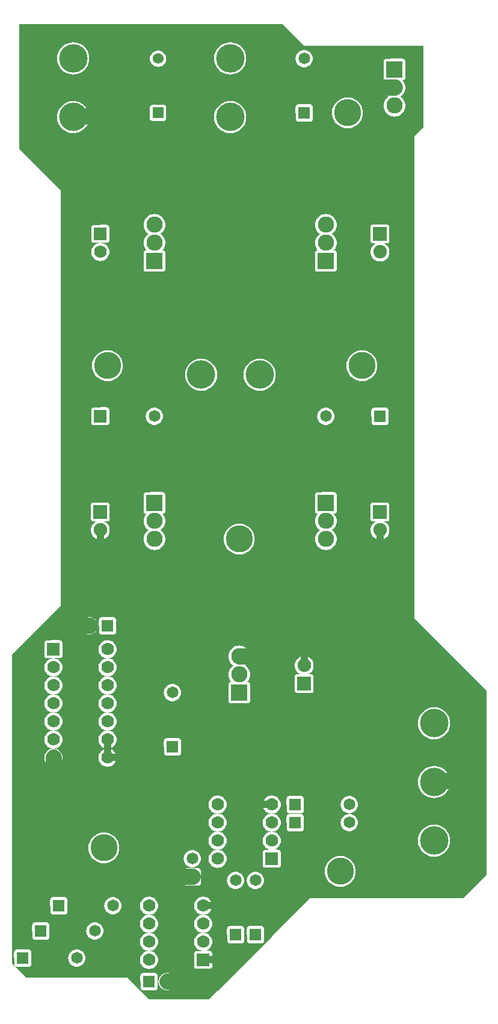
<source format=gtl>
G04 start of page 2 for group 0 idx 0 *
G04 Title: (unknown), component *
G04 Creator: pcb 20110918 *
G04 CreationDate: Thu 04 Jul 2013 01:29:42 AM GMT UTC *
G04 For: tyrian *
G04 Format: Gerber/RS-274X *
G04 PCB-Dimensions: 270000 560000 *
G04 PCB-Coordinate-Origin: lower left *
%MOIN*%
%FSLAX25Y25*%
%LNTOP*%
%ADD25C,0.0787*%
%ADD24C,0.0430*%
%ADD23C,0.0280*%
%ADD22C,0.0300*%
%ADD21C,0.1350*%
%ADD20C,0.1500*%
%ADD19C,0.0600*%
%ADD18C,0.1575*%
%ADD17C,0.0750*%
%ADD16C,0.0700*%
%ADD15C,0.0650*%
%ADD14C,0.0100*%
%ADD13C,0.0400*%
%ADD12C,0.0900*%
%ADD11C,0.0001*%
G54D11*G36*
X108844Y30135D02*X109215Y30046D01*
X109892Y29993D01*
X108844Y29991D01*
Y30135D01*
G37*
G36*
Y40135D02*X109215Y40046D01*
X109804Y40000D01*
X109215Y39954D01*
X108844Y39865D01*
Y40135D01*
G37*
G36*
Y50135D02*X109215Y50046D01*
X109804Y50000D01*
X109215Y49954D01*
X108844Y49865D01*
Y50135D01*
G37*
G36*
X237986Y203014D02*X267000Y174000D01*
Y72000D01*
X254000Y59000D01*
X237986D01*
Y82139D01*
X238000Y82138D01*
X239392Y82247D01*
X240751Y82573D01*
X242041Y83108D01*
X243232Y83838D01*
X244294Y84745D01*
X245201Y85807D01*
X245931Y86998D01*
X246466Y88288D01*
X246792Y89647D01*
X246874Y91039D01*
X246792Y92431D01*
X246466Y93790D01*
X245931Y95080D01*
X245201Y96271D01*
X244294Y97333D01*
X243232Y98240D01*
X242041Y98970D01*
X240751Y99505D01*
X239392Y99831D01*
X238000Y99940D01*
X237986Y99939D01*
Y114620D01*
X238000Y114619D01*
X239392Y114728D01*
X240751Y115054D01*
X242041Y115589D01*
X243232Y116319D01*
X244294Y117226D01*
X245201Y118288D01*
X245931Y119479D01*
X246466Y120769D01*
X246792Y122128D01*
X246874Y123520D01*
X246792Y124912D01*
X246466Y126271D01*
X245931Y127561D01*
X245201Y128752D01*
X244294Y129814D01*
X243232Y130721D01*
X242041Y131451D01*
X240751Y131986D01*
X239392Y132312D01*
X238000Y132421D01*
X237986Y132420D01*
Y147100D01*
X238000Y147099D01*
X239392Y147208D01*
X240751Y147534D01*
X242041Y148069D01*
X243232Y148799D01*
X244294Y149706D01*
X245201Y150768D01*
X245931Y151959D01*
X246466Y153249D01*
X246792Y154608D01*
X246874Y156000D01*
X246792Y157392D01*
X246466Y158751D01*
X245931Y160041D01*
X245201Y161232D01*
X244294Y162294D01*
X243232Y163201D01*
X242041Y163931D01*
X240751Y164466D01*
X239392Y164792D01*
X238000Y164901D01*
X237986Y164900D01*
Y203014D01*
G37*
G36*
X215991Y531000D02*X232000D01*
Y486000D01*
X227000Y481000D01*
Y214000D01*
X237986Y203014D01*
Y164900D01*
X236608Y164792D01*
X235249Y164466D01*
X233959Y163931D01*
X232768Y163201D01*
X231706Y162294D01*
X230799Y161232D01*
X230069Y160041D01*
X229534Y158751D01*
X229208Y157392D01*
X229099Y156000D01*
X229208Y154608D01*
X229534Y153249D01*
X230069Y151959D01*
X230799Y150768D01*
X231706Y149706D01*
X232768Y148799D01*
X233959Y148069D01*
X235249Y147534D01*
X236608Y147208D01*
X237986Y147100D01*
Y132420D01*
X236608Y132312D01*
X235249Y131986D01*
X233959Y131451D01*
X232768Y130721D01*
X231706Y129814D01*
X230799Y128752D01*
X230069Y127561D01*
X229534Y126271D01*
X229208Y124912D01*
X229099Y123520D01*
X229208Y122128D01*
X229534Y120769D01*
X230069Y119479D01*
X230799Y118288D01*
X231706Y117226D01*
X232768Y116319D01*
X233959Y115589D01*
X235249Y115054D01*
X236608Y114728D01*
X237986Y114620D01*
Y99939D01*
X236608Y99831D01*
X235249Y99505D01*
X233959Y98970D01*
X232768Y98240D01*
X231706Y97333D01*
X230799Y96271D01*
X230069Y95080D01*
X229534Y93790D01*
X229208Y92431D01*
X229099Y91039D01*
X229208Y89647D01*
X229534Y88288D01*
X230069Y86998D01*
X230799Y85807D01*
X231706Y84745D01*
X232768Y83838D01*
X233959Y83108D01*
X235249Y82573D01*
X236608Y82247D01*
X237986Y82139D01*
Y59000D01*
X215991D01*
Y491982D01*
X216000Y491981D01*
X216942Y492056D01*
X217860Y492276D01*
X218732Y492637D01*
X219538Y493131D01*
X220256Y493744D01*
X220869Y494462D01*
X221363Y495268D01*
X221724Y496140D01*
X221944Y497058D01*
X222000Y498000D01*
X221944Y498942D01*
X221724Y499860D01*
X221363Y500732D01*
X220869Y501538D01*
X220256Y502256D01*
X219538Y502869D01*
X219324Y503000D01*
X219538Y503131D01*
X220256Y503744D01*
X220869Y504462D01*
X221363Y505268D01*
X221724Y506140D01*
X221944Y507058D01*
X222000Y508000D01*
X221944Y508942D01*
X221724Y509860D01*
X221363Y510732D01*
X220869Y511538D01*
X220463Y512013D01*
X220735Y512014D01*
X220965Y512069D01*
X221183Y512159D01*
X221384Y512283D01*
X221564Y512436D01*
X221717Y512616D01*
X221841Y512817D01*
X221931Y513035D01*
X221986Y513265D01*
X222000Y513500D01*
X221986Y522735D01*
X221931Y522965D01*
X221841Y523183D01*
X221717Y523384D01*
X221564Y523564D01*
X221384Y523717D01*
X221183Y523841D01*
X220965Y523931D01*
X220735Y523986D01*
X220500Y524000D01*
X215991Y523993D01*
Y531000D01*
G37*
G36*
X207992D02*X215991D01*
Y523993D01*
X211265Y523986D01*
X211035Y523931D01*
X210817Y523841D01*
X210616Y523717D01*
X210436Y523564D01*
X210283Y523384D01*
X210159Y523183D01*
X210069Y522965D01*
X210014Y522735D01*
X210000Y522500D01*
X210014Y513265D01*
X210069Y513035D01*
X210159Y512817D01*
X210283Y512616D01*
X210436Y512436D01*
X210616Y512283D01*
X210817Y512159D01*
X211035Y512069D01*
X211265Y512014D01*
X211500Y512000D01*
X211526Y512000D01*
X211131Y511538D01*
X210637Y510732D01*
X210276Y509860D01*
X210056Y508942D01*
X209981Y508000D01*
X210056Y507058D01*
X210276Y506140D01*
X210637Y505268D01*
X211131Y504462D01*
X211744Y503744D01*
X212462Y503131D01*
X212676Y503000D01*
X212462Y502869D01*
X211744Y502256D01*
X211131Y501538D01*
X210637Y500732D01*
X210276Y499860D01*
X210056Y498942D01*
X209981Y498000D01*
X210056Y497058D01*
X210276Y496140D01*
X210637Y495268D01*
X211131Y494462D01*
X211744Y493744D01*
X212462Y493131D01*
X213268Y492637D01*
X214140Y492276D01*
X215058Y492056D01*
X215991Y491982D01*
Y59000D01*
X207992D01*
Y257734D01*
X208000Y257734D01*
X208824Y257799D01*
X209627Y257992D01*
X210391Y258308D01*
X211095Y258740D01*
X211724Y259276D01*
X212260Y259905D01*
X212692Y260609D01*
X213008Y261373D01*
X213201Y262176D01*
X213250Y263000D01*
X213201Y263824D01*
X213008Y264627D01*
X212692Y265391D01*
X212260Y266095D01*
X211724Y266724D01*
X211095Y267260D01*
X210391Y267692D01*
X210225Y267761D01*
X211985Y267764D01*
X212215Y267819D01*
X212433Y267909D01*
X212634Y268033D01*
X212814Y268186D01*
X212967Y268366D01*
X213091Y268567D01*
X213181Y268785D01*
X213236Y269015D01*
X213250Y269250D01*
X213236Y276985D01*
X213181Y277215D01*
X213091Y277433D01*
X212967Y277634D01*
X212814Y277814D01*
X212634Y277967D01*
X212433Y278091D01*
X212215Y278181D01*
X211985Y278236D01*
X211750Y278250D01*
X207992Y278243D01*
Y321257D01*
X211485Y321264D01*
X211715Y321319D01*
X211933Y321409D01*
X212134Y321533D01*
X212314Y321686D01*
X212467Y321866D01*
X212591Y322067D01*
X212681Y322285D01*
X212736Y322515D01*
X212750Y322750D01*
X212736Y329485D01*
X212681Y329715D01*
X212591Y329933D01*
X212467Y330134D01*
X212314Y330314D01*
X212134Y330467D01*
X211933Y330591D01*
X211715Y330681D01*
X211485Y330736D01*
X211250Y330750D01*
X207992Y330743D01*
Y411734D01*
X208000Y411734D01*
X208824Y411799D01*
X209627Y411992D01*
X210391Y412308D01*
X211095Y412740D01*
X211724Y413276D01*
X212260Y413905D01*
X212692Y414609D01*
X213008Y415373D01*
X213201Y416176D01*
X213250Y417000D01*
X213201Y417824D01*
X213008Y418627D01*
X212692Y419391D01*
X212260Y420095D01*
X211724Y420724D01*
X211095Y421260D01*
X210391Y421692D01*
X210225Y421761D01*
X211985Y421764D01*
X212215Y421819D01*
X212433Y421909D01*
X212634Y422033D01*
X212814Y422186D01*
X212967Y422366D01*
X213091Y422567D01*
X213181Y422785D01*
X213236Y423015D01*
X213250Y423250D01*
X213236Y430985D01*
X213181Y431215D01*
X213091Y431433D01*
X212967Y431634D01*
X212814Y431814D01*
X212634Y431967D01*
X212433Y432091D01*
X212215Y432181D01*
X211985Y432236D01*
X211750Y432250D01*
X207992Y432243D01*
Y531000D01*
G37*
G36*
X189987D02*X207992D01*
Y432243D01*
X204015Y432236D01*
X203785Y432181D01*
X203567Y432091D01*
X203366Y431967D01*
X203186Y431814D01*
X203033Y431634D01*
X202909Y431433D01*
X202819Y431215D01*
X202764Y430985D01*
X202750Y430750D01*
X202764Y423015D01*
X202819Y422785D01*
X202909Y422567D01*
X203033Y422366D01*
X203186Y422186D01*
X203366Y422033D01*
X203567Y421909D01*
X203785Y421819D01*
X204015Y421764D01*
X204250Y421750D01*
X205755Y421753D01*
X205609Y421692D01*
X204905Y421260D01*
X204276Y420724D01*
X203740Y420095D01*
X203308Y419391D01*
X202992Y418627D01*
X202799Y417824D01*
X202734Y417000D01*
X202799Y416176D01*
X202992Y415373D01*
X203308Y414609D01*
X203740Y413905D01*
X204276Y413276D01*
X204905Y412740D01*
X205609Y412308D01*
X206373Y411992D01*
X207176Y411799D01*
X207992Y411734D01*
Y330743D01*
X204515Y330736D01*
X204285Y330681D01*
X204067Y330591D01*
X203866Y330467D01*
X203686Y330314D01*
X203533Y330134D01*
X203409Y329933D01*
X203319Y329715D01*
X203264Y329485D01*
X203250Y329250D01*
X203264Y322515D01*
X203319Y322285D01*
X203409Y322067D01*
X203533Y321866D01*
X203686Y321686D01*
X203866Y321533D01*
X204067Y321409D01*
X204285Y321319D01*
X204515Y321264D01*
X204750Y321250D01*
X207992Y321257D01*
Y278243D01*
X204015Y278236D01*
X203785Y278181D01*
X203567Y278091D01*
X203366Y277967D01*
X203186Y277814D01*
X203033Y277634D01*
X202909Y277433D01*
X202819Y277215D01*
X202764Y276985D01*
X202750Y276750D01*
X202764Y269015D01*
X202819Y268785D01*
X202909Y268567D01*
X203033Y268366D01*
X203186Y268186D01*
X203366Y268033D01*
X203567Y267909D01*
X203785Y267819D01*
X204015Y267764D01*
X204250Y267750D01*
X205755Y267753D01*
X205609Y267692D01*
X204905Y267260D01*
X204276Y266724D01*
X203740Y266095D01*
X203308Y265391D01*
X202992Y264627D01*
X202799Y263824D01*
X202734Y263000D01*
X202799Y262176D01*
X202992Y261373D01*
X203308Y260609D01*
X203740Y259905D01*
X204276Y259276D01*
X204905Y258740D01*
X205609Y258308D01*
X206373Y257992D01*
X207176Y257799D01*
X207992Y257734D01*
Y59000D01*
X189987D01*
Y66474D01*
X191012Y67102D01*
X192029Y67971D01*
X192898Y68988D01*
X193597Y70129D01*
X194109Y71365D01*
X194421Y72666D01*
X194500Y74000D01*
X194421Y75334D01*
X194109Y76635D01*
X193597Y77871D01*
X192898Y79012D01*
X192029Y80029D01*
X191012Y80898D01*
X189987Y81526D01*
Y96358D01*
X190255Y96294D01*
X191000Y96235D01*
X191745Y96294D01*
X192472Y96469D01*
X193163Y96755D01*
X193801Y97145D01*
X194369Y97631D01*
X194855Y98199D01*
X195245Y98837D01*
X195531Y99528D01*
X195706Y100255D01*
X195750Y101000D01*
X195706Y101745D01*
X195531Y102472D01*
X195245Y103163D01*
X194855Y103801D01*
X194369Y104369D01*
X193801Y104855D01*
X193163Y105245D01*
X192472Y105531D01*
X191745Y105706D01*
X191000Y105765D01*
X190255Y105706D01*
X189987Y105642D01*
Y106358D01*
X190255Y106294D01*
X191000Y106235D01*
X191745Y106294D01*
X192472Y106469D01*
X193163Y106755D01*
X193801Y107145D01*
X194369Y107631D01*
X194855Y108199D01*
X195245Y108837D01*
X195531Y109528D01*
X195706Y110255D01*
X195750Y111000D01*
X195706Y111745D01*
X195531Y112472D01*
X195245Y113163D01*
X194855Y113801D01*
X194369Y114369D01*
X193801Y114855D01*
X193163Y115245D01*
X192472Y115531D01*
X191745Y115706D01*
X191000Y115765D01*
X190255Y115706D01*
X189987Y115642D01*
Y351134D01*
X190403Y350129D01*
X191102Y348988D01*
X191971Y347971D01*
X192988Y347102D01*
X194129Y346403D01*
X195365Y345891D01*
X196666Y345579D01*
X198000Y345474D01*
X199334Y345579D01*
X200635Y345891D01*
X201871Y346403D01*
X203012Y347102D01*
X204029Y347971D01*
X204898Y348988D01*
X205597Y350129D01*
X206109Y351365D01*
X206421Y352666D01*
X206500Y354000D01*
X206421Y355334D01*
X206109Y356635D01*
X205597Y357871D01*
X204898Y359012D01*
X204029Y360029D01*
X203012Y360898D01*
X201871Y361597D01*
X200635Y362109D01*
X199334Y362421D01*
X198000Y362526D01*
X196666Y362421D01*
X195365Y362109D01*
X194129Y361597D01*
X192988Y360898D01*
X191971Y360029D01*
X191102Y359012D01*
X190403Y357871D01*
X189987Y356866D01*
Y485475D01*
X190000Y485474D01*
X191334Y485579D01*
X192635Y485891D01*
X193871Y486403D01*
X195012Y487102D01*
X196029Y487971D01*
X196898Y488988D01*
X197597Y490129D01*
X198109Y491365D01*
X198421Y492666D01*
X198500Y494000D01*
X198421Y495334D01*
X198109Y496635D01*
X197597Y497871D01*
X196898Y499012D01*
X196029Y500029D01*
X195012Y500898D01*
X193871Y501597D01*
X192635Y502109D01*
X191334Y502421D01*
X190000Y502526D01*
X189987Y502525D01*
Y531000D01*
G37*
G36*
X177991Y71125D02*X178403Y70129D01*
X179102Y68988D01*
X179971Y67971D01*
X180988Y67102D01*
X182129Y66403D01*
X183365Y65891D01*
X184666Y65579D01*
X186000Y65474D01*
X187334Y65579D01*
X188635Y65891D01*
X189871Y66403D01*
X189987Y66474D01*
Y59000D01*
X177991D01*
Y71125D01*
G37*
G36*
Y531000D02*X189987D01*
Y502525D01*
X188666Y502421D01*
X187365Y502109D01*
X186129Y501597D01*
X184988Y500898D01*
X183971Y500029D01*
X183102Y499012D01*
X182403Y497871D01*
X181891Y496635D01*
X181579Y495334D01*
X181474Y494000D01*
X181579Y492666D01*
X181891Y491365D01*
X182403Y490129D01*
X183102Y488988D01*
X183971Y487971D01*
X184988Y487102D01*
X186129Y486403D01*
X187365Y485891D01*
X188666Y485579D01*
X189987Y485475D01*
Y356866D01*
X189891Y356635D01*
X189579Y355334D01*
X189474Y354000D01*
X189579Y352666D01*
X189891Y351365D01*
X189987Y351134D01*
Y115642D01*
X189528Y115531D01*
X188837Y115245D01*
X188199Y114855D01*
X187631Y114369D01*
X187145Y113801D01*
X186755Y113163D01*
X186469Y112472D01*
X186294Y111745D01*
X186235Y111000D01*
X186294Y110255D01*
X186469Y109528D01*
X186755Y108837D01*
X187145Y108199D01*
X187631Y107631D01*
X188199Y107145D01*
X188837Y106755D01*
X189528Y106469D01*
X189987Y106358D01*
Y105642D01*
X189528Y105531D01*
X188837Y105245D01*
X188199Y104855D01*
X187631Y104369D01*
X187145Y103801D01*
X186755Y103163D01*
X186469Y102472D01*
X186294Y101745D01*
X186235Y101000D01*
X186294Y100255D01*
X186469Y99528D01*
X186755Y98837D01*
X187145Y98199D01*
X187631Y97631D01*
X188199Y97145D01*
X188837Y96755D01*
X189528Y96469D01*
X189987Y96358D01*
Y81526D01*
X189871Y81597D01*
X188635Y82109D01*
X187334Y82421D01*
X186000Y82526D01*
X184666Y82421D01*
X183365Y82109D01*
X182129Y81597D01*
X180988Y80898D01*
X179971Y80029D01*
X179102Y79012D01*
X178403Y77871D01*
X177991Y76875D01*
Y251982D01*
X178000Y251981D01*
X178942Y252056D01*
X179860Y252276D01*
X180732Y252637D01*
X181538Y253131D01*
X182256Y253744D01*
X182869Y254462D01*
X183363Y255268D01*
X183724Y256140D01*
X183944Y257058D01*
X184000Y258000D01*
X183944Y258942D01*
X183724Y259860D01*
X183363Y260732D01*
X182869Y261538D01*
X182256Y262256D01*
X181538Y262869D01*
X181324Y263000D01*
X181538Y263131D01*
X182256Y263744D01*
X182869Y264462D01*
X183363Y265268D01*
X183724Y266140D01*
X183944Y267058D01*
X184000Y268000D01*
X183944Y268942D01*
X183724Y269860D01*
X183363Y270732D01*
X182869Y271538D01*
X182463Y272013D01*
X182735Y272014D01*
X182965Y272069D01*
X183183Y272159D01*
X183384Y272283D01*
X183564Y272436D01*
X183717Y272616D01*
X183841Y272817D01*
X183931Y273035D01*
X183986Y273265D01*
X184000Y273500D01*
X183986Y282735D01*
X183931Y282965D01*
X183841Y283183D01*
X183717Y283384D01*
X183564Y283564D01*
X183384Y283717D01*
X183183Y283841D01*
X182965Y283931D01*
X182735Y283986D01*
X182500Y284000D01*
X177991Y283993D01*
Y321236D01*
X178000Y321235D01*
X178745Y321294D01*
X179472Y321469D01*
X180163Y321755D01*
X180801Y322145D01*
X181369Y322631D01*
X181855Y323199D01*
X182245Y323837D01*
X182531Y324528D01*
X182706Y325255D01*
X182750Y326000D01*
X182706Y326745D01*
X182531Y327472D01*
X182245Y328163D01*
X181855Y328801D01*
X181369Y329369D01*
X180801Y329855D01*
X180163Y330245D01*
X179472Y330531D01*
X178745Y330706D01*
X178000Y330765D01*
X177991Y330764D01*
Y406007D01*
X182735Y406014D01*
X182965Y406069D01*
X183183Y406159D01*
X183384Y406283D01*
X183564Y406436D01*
X183717Y406616D01*
X183841Y406817D01*
X183931Y407035D01*
X183986Y407265D01*
X184000Y407500D01*
X183986Y416735D01*
X183931Y416965D01*
X183841Y417183D01*
X183717Y417384D01*
X183564Y417564D01*
X183384Y417717D01*
X183183Y417841D01*
X182965Y417931D01*
X182735Y417986D01*
X182500Y418000D01*
X182474Y418000D01*
X182869Y418462D01*
X183363Y419268D01*
X183724Y420140D01*
X183944Y421058D01*
X184000Y422000D01*
X183944Y422942D01*
X183724Y423860D01*
X183363Y424732D01*
X182869Y425538D01*
X182256Y426256D01*
X181538Y426869D01*
X181324Y427000D01*
X181538Y427131D01*
X182256Y427744D01*
X182869Y428462D01*
X183363Y429268D01*
X183724Y430140D01*
X183944Y431058D01*
X184000Y432000D01*
X183944Y432942D01*
X183724Y433860D01*
X183363Y434732D01*
X182869Y435538D01*
X182256Y436256D01*
X181538Y436869D01*
X180732Y437363D01*
X179860Y437724D01*
X178942Y437944D01*
X178000Y438019D01*
X177991Y438018D01*
Y531000D01*
G37*
G36*
X161000Y186352D02*X161308Y185609D01*
X161740Y184905D01*
X162276Y184276D01*
X162905Y183740D01*
X163609Y183308D01*
X163775Y183239D01*
X162015Y183236D01*
X161785Y183181D01*
X161567Y183091D01*
X161366Y182967D01*
X161186Y182814D01*
X161033Y182634D01*
X161000Y182581D01*
Y186352D01*
G37*
G36*
X166000Y531000D02*X177991D01*
Y438018D01*
X177058Y437944D01*
X176140Y437724D01*
X175268Y437363D01*
X174462Y436869D01*
X173744Y436256D01*
X173131Y435538D01*
X172637Y434732D01*
X172276Y433860D01*
X172056Y432942D01*
X171981Y432000D01*
X172056Y431058D01*
X172276Y430140D01*
X172637Y429268D01*
X173131Y428462D01*
X173744Y427744D01*
X174462Y427131D01*
X174676Y427000D01*
X174462Y426869D01*
X173744Y426256D01*
X173131Y425538D01*
X172637Y424732D01*
X172276Y423860D01*
X172056Y422942D01*
X171981Y422000D01*
X172056Y421058D01*
X172276Y420140D01*
X172637Y419268D01*
X173131Y418462D01*
X173537Y417987D01*
X173265Y417986D01*
X173035Y417931D01*
X172817Y417841D01*
X172616Y417717D01*
X172436Y417564D01*
X172283Y417384D01*
X172159Y417183D01*
X172069Y416965D01*
X172014Y416735D01*
X172000Y416500D01*
X172014Y407265D01*
X172069Y407035D01*
X172159Y406817D01*
X172283Y406616D01*
X172436Y406436D01*
X172616Y406283D01*
X172817Y406159D01*
X173035Y406069D01*
X173265Y406014D01*
X173500Y406000D01*
X177991Y406007D01*
Y330764D01*
X177255Y330706D01*
X176528Y330531D01*
X175837Y330245D01*
X175199Y329855D01*
X174631Y329369D01*
X174145Y328801D01*
X173755Y328163D01*
X173469Y327472D01*
X173294Y326745D01*
X173235Y326000D01*
X173294Y325255D01*
X173469Y324528D01*
X173755Y323837D01*
X174145Y323199D01*
X174631Y322631D01*
X175199Y322145D01*
X175837Y321755D01*
X176528Y321469D01*
X177255Y321294D01*
X177991Y321236D01*
Y283993D01*
X173265Y283986D01*
X173035Y283931D01*
X172817Y283841D01*
X172616Y283717D01*
X172436Y283564D01*
X172283Y283384D01*
X172159Y283183D01*
X172069Y282965D01*
X172014Y282735D01*
X172000Y282500D01*
X172014Y273265D01*
X172069Y273035D01*
X172159Y272817D01*
X172283Y272616D01*
X172436Y272436D01*
X172616Y272283D01*
X172817Y272159D01*
X173035Y272069D01*
X173265Y272014D01*
X173500Y272000D01*
X173526Y272000D01*
X173131Y271538D01*
X172637Y270732D01*
X172276Y269860D01*
X172056Y268942D01*
X171981Y268000D01*
X172056Y267058D01*
X172276Y266140D01*
X172637Y265268D01*
X173131Y264462D01*
X173744Y263744D01*
X174462Y263131D01*
X174676Y263000D01*
X174462Y262869D01*
X173744Y262256D01*
X173131Y261538D01*
X172637Y260732D01*
X172276Y259860D01*
X172056Y258942D01*
X171981Y258000D01*
X172056Y257058D01*
X172276Y256140D01*
X172637Y255268D01*
X173131Y254462D01*
X173744Y253744D01*
X174462Y253131D01*
X175268Y252637D01*
X176140Y252276D01*
X177058Y252056D01*
X177991Y251982D01*
Y76875D01*
X177891Y76635D01*
X177579Y75334D01*
X177474Y74000D01*
X177579Y72666D01*
X177891Y71365D01*
X177991Y71125D01*
Y59000D01*
X169000D01*
X166000Y56000D01*
Y172757D01*
X169985Y172764D01*
X170215Y172819D01*
X170433Y172909D01*
X170634Y173033D01*
X170814Y173186D01*
X170967Y173366D01*
X171091Y173567D01*
X171181Y173785D01*
X171236Y174015D01*
X171250Y174250D01*
X171236Y181985D01*
X171181Y182215D01*
X171091Y182433D01*
X170967Y182634D01*
X170814Y182814D01*
X170634Y182967D01*
X170433Y183091D01*
X170215Y183181D01*
X169985Y183236D01*
X169750Y183250D01*
X168245Y183247D01*
X168391Y183308D01*
X169095Y183740D01*
X169724Y184276D01*
X170260Y184905D01*
X170692Y185609D01*
X171008Y186373D01*
X171201Y187176D01*
X171250Y188000D01*
X171201Y188824D01*
X171008Y189627D01*
X170692Y190391D01*
X170260Y191095D01*
X169724Y191724D01*
X169095Y192260D01*
X168391Y192692D01*
X167627Y193008D01*
X166824Y193201D01*
X166000Y193266D01*
Y489257D01*
X169485Y489264D01*
X169715Y489319D01*
X169933Y489409D01*
X170134Y489533D01*
X170314Y489686D01*
X170467Y489866D01*
X170591Y490067D01*
X170681Y490285D01*
X170736Y490515D01*
X170750Y490750D01*
X170736Y497485D01*
X170681Y497715D01*
X170591Y497933D01*
X170467Y498134D01*
X170314Y498314D01*
X170134Y498467D01*
X169933Y498591D01*
X169715Y498681D01*
X169485Y498736D01*
X169250Y498750D01*
X166000Y498743D01*
Y519235D01*
X166745Y519294D01*
X167472Y519469D01*
X168163Y519755D01*
X168801Y520145D01*
X169369Y520631D01*
X169855Y521199D01*
X170245Y521837D01*
X170531Y522528D01*
X170706Y523255D01*
X170750Y524000D01*
X170706Y524745D01*
X170531Y525472D01*
X170245Y526163D01*
X169855Y526801D01*
X169369Y527369D01*
X168801Y527855D01*
X168163Y528245D01*
X167472Y528531D01*
X166745Y528706D01*
X166000Y528765D01*
Y531000D01*
G37*
G36*
Y56000D02*X161000Y51000D01*
Y96257D01*
X164485Y96264D01*
X164715Y96319D01*
X164933Y96409D01*
X165134Y96533D01*
X165314Y96686D01*
X165467Y96866D01*
X165591Y97067D01*
X165681Y97285D01*
X165736Y97515D01*
X165750Y97750D01*
X165736Y104485D01*
X165681Y104715D01*
X165591Y104933D01*
X165467Y105134D01*
X165314Y105314D01*
X165134Y105467D01*
X164933Y105591D01*
X164715Y105681D01*
X164485Y105736D01*
X164250Y105750D01*
X161000Y105743D01*
Y106257D01*
X164485Y106264D01*
X164715Y106319D01*
X164933Y106409D01*
X165134Y106533D01*
X165314Y106686D01*
X165467Y106866D01*
X165591Y107067D01*
X165681Y107285D01*
X165736Y107515D01*
X165750Y107750D01*
X165736Y114485D01*
X165681Y114715D01*
X165591Y114933D01*
X165467Y115134D01*
X165314Y115314D01*
X165134Y115467D01*
X164933Y115591D01*
X164715Y115681D01*
X164485Y115736D01*
X164250Y115750D01*
X161000Y115743D01*
Y173419D01*
X161033Y173366D01*
X161186Y173186D01*
X161366Y173033D01*
X161567Y172909D01*
X161785Y172819D01*
X162015Y172764D01*
X162250Y172750D01*
X166000Y172757D01*
Y56000D01*
G37*
G36*
X161000Y536000D02*X166000Y531000D01*
Y528765D01*
X165255Y528706D01*
X164528Y528531D01*
X163837Y528245D01*
X163199Y527855D01*
X162631Y527369D01*
X162145Y526801D01*
X161755Y526163D01*
X161469Y525472D01*
X161294Y524745D01*
X161235Y524000D01*
X161294Y523255D01*
X161469Y522528D01*
X161755Y521837D01*
X162145Y521199D01*
X162631Y520631D01*
X163199Y520145D01*
X163837Y519755D01*
X164528Y519469D01*
X165255Y519294D01*
X166000Y519235D01*
Y498743D01*
X162515Y498736D01*
X162285Y498681D01*
X162067Y498591D01*
X161866Y498467D01*
X161686Y498314D01*
X161533Y498134D01*
X161409Y497933D01*
X161319Y497715D01*
X161264Y497485D01*
X161250Y497250D01*
X161264Y490515D01*
X161319Y490285D01*
X161409Y490067D01*
X161533Y489866D01*
X161686Y489686D01*
X161866Y489533D01*
X162067Y489409D01*
X162285Y489319D01*
X162515Y489264D01*
X162750Y489250D01*
X166000Y489257D01*
Y193266D01*
X165176Y193201D01*
X164373Y193008D01*
X163609Y192692D01*
X162905Y192260D01*
X162276Y191724D01*
X161740Y191095D01*
X161308Y190391D01*
X161000Y189648D01*
Y536000D01*
G37*
G36*
X147992Y543000D02*X154000D01*
X161000Y536000D01*
Y189648D01*
X160992Y189627D01*
X160799Y188824D01*
X160734Y188000D01*
X160799Y187176D01*
X160992Y186373D01*
X161000Y186352D01*
Y182581D01*
X160909Y182433D01*
X160819Y182215D01*
X160764Y181985D01*
X160750Y181750D01*
X160764Y174015D01*
X160819Y173785D01*
X160909Y173567D01*
X161000Y173419D01*
Y115743D01*
X157515Y115736D01*
X157285Y115681D01*
X157067Y115591D01*
X156866Y115467D01*
X156686Y115314D01*
X156533Y115134D01*
X156409Y114933D01*
X156319Y114715D01*
X156264Y114485D01*
X156250Y114250D01*
X156264Y107515D01*
X156319Y107285D01*
X156409Y107067D01*
X156533Y106866D01*
X156686Y106686D01*
X156866Y106533D01*
X157067Y106409D01*
X157285Y106319D01*
X157515Y106264D01*
X157750Y106250D01*
X161000Y106257D01*
Y105743D01*
X157515Y105736D01*
X157285Y105681D01*
X157067Y105591D01*
X156866Y105467D01*
X156686Y105314D01*
X156533Y105134D01*
X156409Y104933D01*
X156319Y104715D01*
X156264Y104485D01*
X156250Y104250D01*
X156264Y97515D01*
X156319Y97285D01*
X156409Y97067D01*
X156533Y96866D01*
X156686Y96686D01*
X156866Y96533D01*
X157067Y96409D01*
X157285Y96319D01*
X157515Y96264D01*
X157750Y96250D01*
X161000Y96257D01*
Y51000D01*
X147992Y37992D01*
Y76007D01*
X151735Y76014D01*
X151965Y76069D01*
X152183Y76159D01*
X152384Y76283D01*
X152564Y76436D01*
X152717Y76616D01*
X152841Y76817D01*
X152931Y77035D01*
X152986Y77265D01*
X153000Y77500D01*
X152986Y84735D01*
X152931Y84965D01*
X152841Y85183D01*
X152717Y85384D01*
X152564Y85564D01*
X152384Y85717D01*
X152183Y85841D01*
X151965Y85931D01*
X151735Y85986D01*
X151500Y86000D01*
X148113Y85993D01*
X148785Y86046D01*
X149550Y86230D01*
X150277Y86531D01*
X150948Y86942D01*
X151546Y87454D01*
X152058Y88052D01*
X152469Y88723D01*
X152770Y89450D01*
X152954Y90215D01*
X153000Y91000D01*
X152954Y91785D01*
X152770Y92550D01*
X152469Y93277D01*
X152058Y93948D01*
X151546Y94546D01*
X150948Y95058D01*
X150277Y95469D01*
X149550Y95770D01*
X148785Y95954D01*
X148196Y96000D01*
X148785Y96046D01*
X149550Y96230D01*
X150277Y96531D01*
X150948Y96942D01*
X151546Y97454D01*
X152058Y98052D01*
X152469Y98723D01*
X152770Y99450D01*
X152954Y100215D01*
X153000Y101000D01*
X152954Y101785D01*
X152770Y102550D01*
X152469Y103277D01*
X152058Y103948D01*
X151546Y104546D01*
X150948Y105058D01*
X150277Y105469D01*
X149550Y105770D01*
X148785Y105954D01*
X148196Y106000D01*
X148785Y106046D01*
X149550Y106230D01*
X150277Y106531D01*
X150948Y106942D01*
X151546Y107454D01*
X152058Y108052D01*
X152469Y108723D01*
X152770Y109450D01*
X152954Y110215D01*
X153000Y111000D01*
X152954Y111785D01*
X152770Y112550D01*
X152469Y113277D01*
X152058Y113948D01*
X151546Y114546D01*
X150948Y115058D01*
X150277Y115469D01*
X149550Y115770D01*
X148785Y115954D01*
X148000Y116015D01*
X147992Y116015D01*
Y343126D01*
X148540Y343768D01*
X149270Y344959D01*
X149805Y346249D01*
X150131Y347608D01*
X150213Y349000D01*
X150131Y350392D01*
X149805Y351751D01*
X149270Y353041D01*
X148540Y354232D01*
X147992Y354874D01*
Y543000D01*
G37*
G36*
Y37992D02*X141325Y31325D01*
Y34262D01*
X142485Y34264D01*
X142715Y34319D01*
X142933Y34409D01*
X143134Y34533D01*
X143314Y34686D01*
X143467Y34866D01*
X143591Y35067D01*
X143681Y35285D01*
X143736Y35515D01*
X143750Y35750D01*
X143736Y42485D01*
X143681Y42715D01*
X143591Y42933D01*
X143467Y43134D01*
X143314Y43314D01*
X143134Y43467D01*
X142933Y43591D01*
X142715Y43681D01*
X142485Y43736D01*
X142250Y43750D01*
X141325Y43748D01*
Y64854D01*
X141801Y65145D01*
X142369Y65631D01*
X142855Y66199D01*
X143245Y66837D01*
X143531Y67528D01*
X143706Y68255D01*
X143750Y69000D01*
X143706Y69745D01*
X143531Y70472D01*
X143245Y71163D01*
X142855Y71801D01*
X142369Y72369D01*
X141801Y72855D01*
X141325Y73146D01*
Y340100D01*
X141339Y340099D01*
X142731Y340208D01*
X144090Y340534D01*
X145380Y341069D01*
X146571Y341799D01*
X147633Y342706D01*
X147992Y343126D01*
Y116015D01*
X147215Y115954D01*
X146450Y115770D01*
X145723Y115469D01*
X145052Y115058D01*
X144454Y114546D01*
X143942Y113948D01*
X143531Y113277D01*
X143230Y112550D01*
X143046Y111785D01*
X142985Y111000D01*
X143046Y110215D01*
X143230Y109450D01*
X143531Y108723D01*
X143942Y108052D01*
X144454Y107454D01*
X145052Y106942D01*
X145723Y106531D01*
X146450Y106230D01*
X147215Y106046D01*
X147804Y106000D01*
X147215Y105954D01*
X146450Y105770D01*
X145723Y105469D01*
X145052Y105058D01*
X144454Y104546D01*
X143942Y103948D01*
X143531Y103277D01*
X143230Y102550D01*
X143046Y101785D01*
X142985Y101000D01*
X143046Y100215D01*
X143230Y99450D01*
X143531Y98723D01*
X143942Y98052D01*
X144454Y97454D01*
X145052Y96942D01*
X145723Y96531D01*
X146450Y96230D01*
X147215Y96046D01*
X147804Y96000D01*
X147215Y95954D01*
X146450Y95770D01*
X145723Y95469D01*
X145052Y95058D01*
X144454Y94546D01*
X143942Y93948D01*
X143531Y93277D01*
X143230Y92550D01*
X143046Y91785D01*
X142985Y91000D01*
X143046Y90215D01*
X143230Y89450D01*
X143531Y88723D01*
X143942Y88052D01*
X144454Y87454D01*
X145052Y86942D01*
X145723Y86531D01*
X146450Y86230D01*
X147215Y86046D01*
X147892Y85993D01*
X144265Y85986D01*
X144035Y85931D01*
X143817Y85841D01*
X143616Y85717D01*
X143436Y85564D01*
X143283Y85384D01*
X143159Y85183D01*
X143069Y84965D01*
X143014Y84735D01*
X143000Y84500D01*
X143014Y77265D01*
X143069Y77035D01*
X143159Y76817D01*
X143283Y76616D01*
X143436Y76436D01*
X143616Y76283D01*
X143817Y76159D01*
X144035Y76069D01*
X144265Y76014D01*
X144500Y76000D01*
X147992Y76007D01*
Y37992D01*
G37*
G36*
X141325Y543000D02*X147992D01*
Y354874D01*
X147633Y355294D01*
X146571Y356201D01*
X145380Y356931D01*
X144090Y357466D01*
X142731Y357792D01*
X141339Y357901D01*
X141325Y357900D01*
Y543000D01*
G37*
G36*
X129987D02*X141325D01*
Y357900D01*
X139947Y357792D01*
X138588Y357466D01*
X137298Y356931D01*
X136107Y356201D01*
X135045Y355294D01*
X134138Y354232D01*
X133408Y353041D01*
X132873Y351751D01*
X132547Y350392D01*
X132438Y349000D01*
X132547Y347608D01*
X132873Y346249D01*
X133408Y344959D01*
X134138Y343768D01*
X135045Y342706D01*
X136107Y341799D01*
X137298Y341069D01*
X138588Y340534D01*
X139947Y340208D01*
X141325Y340100D01*
Y73146D01*
X141163Y73245D01*
X140472Y73531D01*
X139745Y73706D01*
X139000Y73765D01*
X138255Y73706D01*
X137528Y73531D01*
X136837Y73245D01*
X136199Y72855D01*
X135631Y72369D01*
X135145Y71801D01*
X134755Y71163D01*
X134469Y70472D01*
X134294Y69745D01*
X134235Y69000D01*
X134294Y68255D01*
X134469Y67528D01*
X134755Y66837D01*
X135145Y66199D01*
X135631Y65631D01*
X136199Y65145D01*
X136837Y64755D01*
X137528Y64469D01*
X138255Y64294D01*
X139000Y64235D01*
X139745Y64294D01*
X140472Y64469D01*
X141163Y64755D01*
X141325Y64854D01*
Y43748D01*
X135515Y43736D01*
X135285Y43681D01*
X135067Y43591D01*
X134866Y43467D01*
X134686Y43314D01*
X134533Y43134D01*
X134409Y42933D01*
X134319Y42715D01*
X134264Y42485D01*
X134250Y42250D01*
X134264Y35515D01*
X134319Y35285D01*
X134409Y35067D01*
X134533Y34866D01*
X134686Y34686D01*
X134866Y34533D01*
X135067Y34409D01*
X135285Y34319D01*
X135515Y34264D01*
X135750Y34250D01*
X141325Y34262D01*
Y31325D01*
X129987Y19987D01*
Y34261D01*
X131485Y34264D01*
X131715Y34319D01*
X131933Y34409D01*
X132134Y34533D01*
X132314Y34686D01*
X132467Y34866D01*
X132591Y35067D01*
X132681Y35285D01*
X132736Y35515D01*
X132750Y35750D01*
X132736Y42485D01*
X132681Y42715D01*
X132591Y42933D01*
X132467Y43134D01*
X132314Y43314D01*
X132134Y43467D01*
X131933Y43591D01*
X131715Y43681D01*
X131485Y43736D01*
X131250Y43750D01*
X129987Y43747D01*
Y64682D01*
X130163Y64755D01*
X130801Y65145D01*
X131369Y65631D01*
X131855Y66199D01*
X132245Y66837D01*
X132531Y67528D01*
X132706Y68255D01*
X132750Y69000D01*
X132706Y69745D01*
X132531Y70472D01*
X132245Y71163D01*
X131855Y71801D01*
X131369Y72369D01*
X130801Y72855D01*
X130163Y73245D01*
X129987Y73318D01*
Y167007D01*
X134735Y167014D01*
X134965Y167069D01*
X135183Y167159D01*
X135384Y167283D01*
X135564Y167436D01*
X135717Y167616D01*
X135841Y167817D01*
X135931Y168035D01*
X135986Y168265D01*
X136000Y168500D01*
X135986Y177735D01*
X135931Y177965D01*
X135841Y178183D01*
X135717Y178384D01*
X135564Y178564D01*
X135384Y178717D01*
X135183Y178841D01*
X134965Y178931D01*
X134735Y178986D01*
X134500Y179000D01*
X134474Y179000D01*
X134869Y179462D01*
X135363Y180268D01*
X135724Y181140D01*
X135944Y182058D01*
X136000Y183000D01*
X135944Y183942D01*
X135724Y184860D01*
X135363Y185732D01*
X134869Y186538D01*
X134256Y187256D01*
X133538Y187869D01*
X133324Y188000D01*
X133538Y188131D01*
X134256Y188744D01*
X134869Y189462D01*
X135363Y190268D01*
X135724Y191140D01*
X135944Y192058D01*
X136000Y193000D01*
X135944Y193942D01*
X135724Y194860D01*
X135363Y195732D01*
X134869Y196538D01*
X134256Y197256D01*
X133538Y197869D01*
X132732Y198363D01*
X131860Y198724D01*
X130942Y198944D01*
X130000Y199019D01*
X129987Y199017D01*
Y249475D01*
X130000Y249474D01*
X131334Y249579D01*
X132635Y249891D01*
X133871Y250403D01*
X135012Y251102D01*
X136029Y251971D01*
X136898Y252988D01*
X137597Y254129D01*
X138109Y255365D01*
X138421Y256666D01*
X138500Y258000D01*
X138421Y259334D01*
X138109Y260635D01*
X137597Y261871D01*
X136898Y263012D01*
X136029Y264029D01*
X135012Y264898D01*
X133871Y265597D01*
X132635Y266109D01*
X131334Y266421D01*
X130000Y266526D01*
X129987Y266525D01*
Y484309D01*
X130232Y484460D01*
X131294Y485367D01*
X132201Y486429D01*
X132931Y487620D01*
X133466Y488910D01*
X133792Y490269D01*
X133874Y491661D01*
X133792Y493053D01*
X133466Y494412D01*
X132931Y495702D01*
X132201Y496893D01*
X131294Y497955D01*
X130232Y498862D01*
X129987Y499013D01*
Y516790D01*
X130232Y516941D01*
X131294Y517848D01*
X132201Y518910D01*
X132931Y520101D01*
X133466Y521391D01*
X133792Y522750D01*
X133874Y524142D01*
X133792Y525534D01*
X133466Y526893D01*
X132931Y528183D01*
X132201Y529374D01*
X131294Y530436D01*
X130232Y531343D01*
X129987Y531494D01*
Y543000D01*
G37*
G36*
X117992Y486202D02*X118706Y485367D01*
X119768Y484460D01*
X120959Y483730D01*
X122249Y483195D01*
X123608Y482869D01*
X125000Y482760D01*
X126392Y482869D01*
X127751Y483195D01*
X129041Y483730D01*
X129987Y484309D01*
Y266525D01*
X128666Y266421D01*
X127365Y266109D01*
X126129Y265597D01*
X124988Y264898D01*
X123971Y264029D01*
X123102Y263012D01*
X122403Y261871D01*
X121891Y260635D01*
X121579Y259334D01*
X121474Y258000D01*
X121579Y256666D01*
X121891Y255365D01*
X122403Y254129D01*
X123102Y252988D01*
X123971Y251971D01*
X124988Y251102D01*
X126129Y250403D01*
X127365Y249891D01*
X128666Y249579D01*
X129987Y249475D01*
Y199017D01*
X129058Y198944D01*
X128140Y198724D01*
X127268Y198363D01*
X126462Y197869D01*
X125744Y197256D01*
X125131Y196538D01*
X124637Y195732D01*
X124276Y194860D01*
X124056Y193942D01*
X123981Y193000D01*
X124056Y192058D01*
X124276Y191140D01*
X124637Y190268D01*
X125131Y189462D01*
X125744Y188744D01*
X126462Y188131D01*
X126676Y188000D01*
X126462Y187869D01*
X125744Y187256D01*
X125131Y186538D01*
X124637Y185732D01*
X124276Y184860D01*
X124056Y183942D01*
X123981Y183000D01*
X124056Y182058D01*
X124276Y181140D01*
X124637Y180268D01*
X125131Y179462D01*
X125537Y178987D01*
X125265Y178986D01*
X125035Y178931D01*
X124817Y178841D01*
X124616Y178717D01*
X124436Y178564D01*
X124283Y178384D01*
X124159Y178183D01*
X124069Y177965D01*
X124014Y177735D01*
X124000Y177500D01*
X124014Y168265D01*
X124069Y168035D01*
X124159Y167817D01*
X124283Y167616D01*
X124436Y167436D01*
X124616Y167283D01*
X124817Y167159D01*
X125035Y167069D01*
X125265Y167014D01*
X125500Y167000D01*
X129987Y167007D01*
Y73318D01*
X129472Y73531D01*
X128745Y73706D01*
X128000Y73765D01*
X127255Y73706D01*
X126528Y73531D01*
X125837Y73245D01*
X125199Y72855D01*
X124631Y72369D01*
X124145Y71801D01*
X123755Y71163D01*
X123469Y70472D01*
X123294Y69745D01*
X123235Y69000D01*
X123294Y68255D01*
X123469Y67528D01*
X123755Y66837D01*
X124145Y66199D01*
X124631Y65631D01*
X125199Y65145D01*
X125837Y64755D01*
X126528Y64469D01*
X127255Y64294D01*
X128000Y64235D01*
X128745Y64294D01*
X129472Y64469D01*
X129987Y64682D01*
Y43747D01*
X124515Y43736D01*
X124285Y43681D01*
X124067Y43591D01*
X123866Y43467D01*
X123686Y43314D01*
X123533Y43134D01*
X123409Y42933D01*
X123319Y42715D01*
X123264Y42485D01*
X123250Y42250D01*
X123264Y35515D01*
X123319Y35285D01*
X123409Y35067D01*
X123533Y34866D01*
X123686Y34686D01*
X123866Y34533D01*
X124067Y34409D01*
X124285Y34319D01*
X124515Y34264D01*
X124750Y34250D01*
X129987Y34261D01*
Y19987D01*
X117992Y7992D01*
Y75985D01*
X118000Y75985D01*
X118785Y76046D01*
X119550Y76230D01*
X120277Y76531D01*
X120948Y76942D01*
X121546Y77454D01*
X122058Y78052D01*
X122469Y78723D01*
X122770Y79450D01*
X122954Y80215D01*
X123000Y81000D01*
X122954Y81785D01*
X122770Y82550D01*
X122469Y83277D01*
X122058Y83948D01*
X121546Y84546D01*
X120948Y85058D01*
X120277Y85469D01*
X119550Y85770D01*
X118785Y85954D01*
X118196Y86000D01*
X118785Y86046D01*
X119550Y86230D01*
X120277Y86531D01*
X120948Y86942D01*
X121546Y87454D01*
X122058Y88052D01*
X122469Y88723D01*
X122770Y89450D01*
X122954Y90215D01*
X123000Y91000D01*
X122954Y91785D01*
X122770Y92550D01*
X122469Y93277D01*
X122058Y93948D01*
X121546Y94546D01*
X120948Y95058D01*
X120277Y95469D01*
X119550Y95770D01*
X118785Y95954D01*
X118196Y96000D01*
X118785Y96046D01*
X119550Y96230D01*
X120277Y96531D01*
X120948Y96942D01*
X121546Y97454D01*
X122058Y98052D01*
X122469Y98723D01*
X122770Y99450D01*
X122954Y100215D01*
X123000Y101000D01*
X122954Y101785D01*
X122770Y102550D01*
X122469Y103277D01*
X122058Y103948D01*
X121546Y104546D01*
X120948Y105058D01*
X120277Y105469D01*
X119550Y105770D01*
X118785Y105954D01*
X118196Y106000D01*
X118785Y106046D01*
X119550Y106230D01*
X120277Y106531D01*
X120948Y106942D01*
X121546Y107454D01*
X122058Y108052D01*
X122469Y108723D01*
X122770Y109450D01*
X122954Y110215D01*
X123000Y111000D01*
X122954Y111785D01*
X122770Y112550D01*
X122469Y113277D01*
X122058Y113948D01*
X121546Y114546D01*
X120948Y115058D01*
X120277Y115469D01*
X119550Y115770D01*
X118785Y115954D01*
X118000Y116015D01*
X117992Y116015D01*
Y486202D01*
G37*
G36*
Y518683D02*X118706Y517848D01*
X119768Y516941D01*
X120959Y516211D01*
X122249Y515676D01*
X123608Y515350D01*
X125000Y515241D01*
X126392Y515350D01*
X127751Y515676D01*
X129041Y516211D01*
X129987Y516790D01*
Y499013D01*
X129041Y499592D01*
X127751Y500127D01*
X126392Y500453D01*
X125000Y500562D01*
X123608Y500453D01*
X122249Y500127D01*
X120959Y499592D01*
X119768Y498862D01*
X118706Y497955D01*
X117992Y497120D01*
Y518683D01*
G37*
G36*
Y543000D02*X129987D01*
Y531494D01*
X129041Y532073D01*
X127751Y532608D01*
X126392Y532934D01*
X125000Y533043D01*
X123608Y532934D01*
X122249Y532608D01*
X120959Y532073D01*
X119768Y531343D01*
X118706Y530436D01*
X117992Y529601D01*
Y543000D01*
G37*
G36*
X108844D02*X117992D01*
Y529601D01*
X117799Y529374D01*
X117069Y528183D01*
X116534Y526893D01*
X116208Y525534D01*
X116099Y524142D01*
X116208Y522750D01*
X116534Y521391D01*
X117069Y520101D01*
X117799Y518910D01*
X117992Y518683D01*
Y497120D01*
X117799Y496893D01*
X117069Y495702D01*
X116534Y494412D01*
X116208Y493053D01*
X116099Y491661D01*
X116208Y490269D01*
X116534Y488910D01*
X117069Y487620D01*
X117799Y486429D01*
X117992Y486202D01*
Y116015D01*
X117215Y115954D01*
X116450Y115770D01*
X115723Y115469D01*
X115052Y115058D01*
X114454Y114546D01*
X113942Y113948D01*
X113531Y113277D01*
X113230Y112550D01*
X113046Y111785D01*
X112985Y111000D01*
X113046Y110215D01*
X113230Y109450D01*
X113531Y108723D01*
X113942Y108052D01*
X114454Y107454D01*
X115052Y106942D01*
X115723Y106531D01*
X116450Y106230D01*
X117215Y106046D01*
X117804Y106000D01*
X117215Y105954D01*
X116450Y105770D01*
X115723Y105469D01*
X115052Y105058D01*
X114454Y104546D01*
X113942Y103948D01*
X113531Y103277D01*
X113230Y102550D01*
X113046Y101785D01*
X112985Y101000D01*
X113046Y100215D01*
X113230Y99450D01*
X113531Y98723D01*
X113942Y98052D01*
X114454Y97454D01*
X115052Y96942D01*
X115723Y96531D01*
X116450Y96230D01*
X117215Y96046D01*
X117804Y96000D01*
X117215Y95954D01*
X116450Y95770D01*
X115723Y95469D01*
X115052Y95058D01*
X114454Y94546D01*
X113942Y93948D01*
X113531Y93277D01*
X113230Y92550D01*
X113046Y91785D01*
X112985Y91000D01*
X113046Y90215D01*
X113230Y89450D01*
X113531Y88723D01*
X113942Y88052D01*
X114454Y87454D01*
X115052Y86942D01*
X115723Y86531D01*
X116450Y86230D01*
X117215Y86046D01*
X117804Y86000D01*
X117215Y85954D01*
X116450Y85770D01*
X115723Y85469D01*
X115052Y85058D01*
X114454Y84546D01*
X113942Y83948D01*
X113531Y83277D01*
X113230Y82550D01*
X113046Y81785D01*
X112985Y81000D01*
X113046Y80215D01*
X113230Y79450D01*
X113531Y78723D01*
X113942Y78052D01*
X114454Y77454D01*
X115052Y76942D01*
X115723Y76531D01*
X116450Y76230D01*
X117215Y76046D01*
X117992Y75985D01*
Y7992D01*
X113000Y3000D01*
X108844D01*
Y20005D01*
X113735Y20014D01*
X113965Y20069D01*
X114183Y20159D01*
X114384Y20283D01*
X114564Y20436D01*
X114717Y20616D01*
X114841Y20817D01*
X114931Y21035D01*
X114986Y21265D01*
X115000Y21500D01*
X114986Y28735D01*
X114931Y28965D01*
X114841Y29183D01*
X114717Y29384D01*
X114564Y29564D01*
X114384Y29717D01*
X114183Y29841D01*
X113965Y29931D01*
X113735Y29986D01*
X113500Y30000D01*
X110113Y29993D01*
X110785Y30046D01*
X111550Y30230D01*
X112277Y30531D01*
X112948Y30942D01*
X113546Y31454D01*
X114058Y32052D01*
X114469Y32723D01*
X114770Y33450D01*
X114954Y34215D01*
X115000Y35000D01*
X114954Y35785D01*
X114770Y36550D01*
X114469Y37277D01*
X114058Y37948D01*
X113546Y38546D01*
X112948Y39058D01*
X112277Y39469D01*
X111550Y39770D01*
X110785Y39954D01*
X110196Y40000D01*
X110785Y40046D01*
X111550Y40230D01*
X112277Y40531D01*
X112948Y40942D01*
X113546Y41454D01*
X114058Y42052D01*
X114469Y42723D01*
X114770Y43450D01*
X114954Y44215D01*
X115000Y45000D01*
X114954Y45785D01*
X114770Y46550D01*
X114469Y47277D01*
X114058Y47948D01*
X113546Y48546D01*
X112948Y49058D01*
X112277Y49469D01*
X111550Y49770D01*
X110785Y49954D01*
X110196Y50000D01*
X110785Y50046D01*
X111550Y50230D01*
X112277Y50531D01*
X112948Y50942D01*
X113546Y51454D01*
X114058Y52052D01*
X114469Y52723D01*
X114770Y53450D01*
X114954Y54215D01*
X115000Y55000D01*
X114954Y55785D01*
X114770Y56550D01*
X114469Y57277D01*
X114058Y57948D01*
X113546Y58546D01*
X112948Y59058D01*
X112277Y59469D01*
X111550Y59770D01*
X110785Y59954D01*
X110000Y60015D01*
X109215Y59954D01*
X108844Y59865D01*
Y340100D01*
X108858Y340099D01*
X110250Y340208D01*
X111609Y340534D01*
X112899Y341069D01*
X114090Y341799D01*
X115152Y342706D01*
X116059Y343768D01*
X116789Y344959D01*
X117324Y346249D01*
X117650Y347608D01*
X117732Y349000D01*
X117650Y350392D01*
X117324Y351751D01*
X116789Y353041D01*
X116059Y354232D01*
X115152Y355294D01*
X114090Y356201D01*
X112899Y356931D01*
X111609Y357466D01*
X110250Y357792D01*
X108858Y357901D01*
X108844Y357900D01*
Y543000D01*
G37*
G36*
X104000Y341569D02*X104817Y341069D01*
X106107Y340534D01*
X107466Y340208D01*
X108844Y340100D01*
Y59865D01*
X108450Y59770D01*
X107723Y59469D01*
X107052Y59058D01*
X106454Y58546D01*
X105942Y57948D01*
X105531Y57277D01*
X105230Y56550D01*
X105046Y55785D01*
X104985Y55000D01*
X105046Y54215D01*
X105230Y53450D01*
X105531Y52723D01*
X105942Y52052D01*
X106454Y51454D01*
X107052Y50942D01*
X107723Y50531D01*
X108450Y50230D01*
X108844Y50135D01*
Y49865D01*
X108450Y49770D01*
X107723Y49469D01*
X107052Y49058D01*
X106454Y48546D01*
X105942Y47948D01*
X105531Y47277D01*
X105230Y46550D01*
X105046Y45785D01*
X104985Y45000D01*
X105046Y44215D01*
X105230Y43450D01*
X105531Y42723D01*
X105942Y42052D01*
X106454Y41454D01*
X107052Y40942D01*
X107723Y40531D01*
X108450Y40230D01*
X108844Y40135D01*
Y39865D01*
X108450Y39770D01*
X107723Y39469D01*
X107052Y39058D01*
X106454Y38546D01*
X105942Y37948D01*
X105531Y37277D01*
X105230Y36550D01*
X105046Y35785D01*
X104985Y35000D01*
X105046Y34215D01*
X105230Y33450D01*
X105531Y32723D01*
X105942Y32052D01*
X106454Y31454D01*
X107052Y30942D01*
X107723Y30531D01*
X108450Y30230D01*
X108844Y30135D01*
Y29991D01*
X106265Y29986D01*
X106035Y29931D01*
X105817Y29841D01*
X105616Y29717D01*
X105436Y29564D01*
X105283Y29384D01*
X105159Y29183D01*
X105069Y28965D01*
X105014Y28735D01*
X105000Y28500D01*
X105014Y21265D01*
X105069Y21035D01*
X105159Y20817D01*
X105283Y20616D01*
X105436Y20436D01*
X105616Y20283D01*
X105817Y20159D01*
X106035Y20069D01*
X106265Y20014D01*
X106500Y20000D01*
X108844Y20005D01*
Y3000D01*
X104000D01*
Y66257D01*
X107485Y66264D01*
X107715Y66319D01*
X107933Y66409D01*
X108134Y66533D01*
X108314Y66686D01*
X108467Y66866D01*
X108591Y67067D01*
X108681Y67285D01*
X108736Y67515D01*
X108750Y67750D01*
X108736Y74485D01*
X108681Y74715D01*
X108591Y74933D01*
X108467Y75134D01*
X108314Y75314D01*
X108134Y75467D01*
X107933Y75591D01*
X107715Y75681D01*
X107485Y75736D01*
X107250Y75750D01*
X104000Y75743D01*
Y76235D01*
X104745Y76294D01*
X105472Y76469D01*
X106163Y76755D01*
X106801Y77145D01*
X107369Y77631D01*
X107855Y78199D01*
X108245Y78837D01*
X108531Y79528D01*
X108706Y80255D01*
X108750Y81000D01*
X108706Y81745D01*
X108531Y82472D01*
X108245Y83163D01*
X107855Y83801D01*
X107369Y84369D01*
X106801Y84855D01*
X106163Y85245D01*
X105472Y85531D01*
X104745Y85706D01*
X104000Y85765D01*
Y341569D01*
G37*
G36*
Y543000D02*X108844D01*
Y357900D01*
X107466Y357792D01*
X106107Y357466D01*
X104817Y356931D01*
X104000Y356431D01*
Y543000D01*
G37*
G36*
X89993D02*X104000D01*
Y356431D01*
X103626Y356201D01*
X102564Y355294D01*
X101657Y354232D01*
X100927Y353041D01*
X100392Y351751D01*
X100066Y350392D01*
X99957Y349000D01*
X100066Y347608D01*
X100392Y346249D01*
X100927Y344959D01*
X101657Y343768D01*
X102564Y342706D01*
X103626Y341799D01*
X104000Y341569D01*
Y85765D01*
X103255Y85706D01*
X102528Y85531D01*
X101837Y85245D01*
X101199Y84855D01*
X100631Y84369D01*
X100145Y83801D01*
X99755Y83163D01*
X99469Y82472D01*
X99294Y81745D01*
X99235Y81000D01*
X99294Y80255D01*
X99469Y79528D01*
X99755Y78837D01*
X100145Y78199D01*
X100631Y77631D01*
X101199Y77145D01*
X101837Y76755D01*
X102528Y76469D01*
X103255Y76294D01*
X104000Y76235D01*
Y75743D01*
X100515Y75736D01*
X100285Y75681D01*
X100067Y75591D01*
X99866Y75467D01*
X99686Y75314D01*
X99533Y75134D01*
X99409Y74933D01*
X99319Y74715D01*
X99264Y74485D01*
X99250Y74250D01*
X99264Y67515D01*
X99319Y67285D01*
X99409Y67067D01*
X99533Y66866D01*
X99686Y66686D01*
X99866Y66533D01*
X100067Y66409D01*
X100285Y66319D01*
X100515Y66264D01*
X100750Y66250D01*
X104000Y66257D01*
Y3000D01*
X89993D01*
Y8236D01*
X90000Y8235D01*
X90745Y8294D01*
X91472Y8469D01*
X92163Y8755D01*
X92801Y9145D01*
X93369Y9631D01*
X93855Y10199D01*
X94245Y10837D01*
X94531Y11528D01*
X94706Y12255D01*
X94750Y13000D01*
X94706Y13745D01*
X94531Y14472D01*
X94245Y15163D01*
X93855Y15801D01*
X93369Y16369D01*
X92801Y16855D01*
X92163Y17245D01*
X91472Y17531D01*
X90745Y17706D01*
X90000Y17765D01*
X89993Y17764D01*
Y138250D01*
X96485Y138264D01*
X96715Y138319D01*
X96933Y138409D01*
X97134Y138533D01*
X97314Y138686D01*
X97467Y138866D01*
X97591Y139067D01*
X97681Y139285D01*
X97736Y139515D01*
X97750Y139750D01*
X97736Y146485D01*
X97681Y146715D01*
X97591Y146933D01*
X97467Y147134D01*
X97314Y147314D01*
X97134Y147467D01*
X96933Y147591D01*
X96715Y147681D01*
X96485Y147736D01*
X96250Y147750D01*
X89993Y147737D01*
Y169322D01*
X90199Y169145D01*
X90837Y168755D01*
X91528Y168469D01*
X92255Y168294D01*
X93000Y168235D01*
X93745Y168294D01*
X94472Y168469D01*
X95163Y168755D01*
X95801Y169145D01*
X96369Y169631D01*
X96855Y170199D01*
X97245Y170837D01*
X97531Y171528D01*
X97706Y172255D01*
X97750Y173000D01*
X97706Y173745D01*
X97531Y174472D01*
X97245Y175163D01*
X96855Y175801D01*
X96369Y176369D01*
X95801Y176855D01*
X95163Y177245D01*
X94472Y177531D01*
X93745Y177706D01*
X93000Y177765D01*
X92255Y177706D01*
X91528Y177531D01*
X90837Y177245D01*
X90199Y176855D01*
X89993Y176678D01*
Y543000D01*
G37*
G36*
X82991D02*X89993D01*
Y176678D01*
X89631Y176369D01*
X89145Y175801D01*
X88755Y175163D01*
X88469Y174472D01*
X88294Y173745D01*
X88235Y173000D01*
X88294Y172255D01*
X88469Y171528D01*
X88755Y170837D01*
X89145Y170199D01*
X89631Y169631D01*
X89993Y169322D01*
Y147737D01*
X89515Y147736D01*
X89285Y147681D01*
X89067Y147591D01*
X88866Y147467D01*
X88686Y147314D01*
X88533Y147134D01*
X88409Y146933D01*
X88319Y146715D01*
X88264Y146485D01*
X88250Y146250D01*
X88264Y139515D01*
X88319Y139285D01*
X88409Y139067D01*
X88533Y138866D01*
X88686Y138686D01*
X88866Y138533D01*
X89067Y138409D01*
X89285Y138319D01*
X89515Y138264D01*
X89750Y138250D01*
X89993Y138250D01*
Y17764D01*
X89255Y17706D01*
X88528Y17531D01*
X87837Y17245D01*
X87199Y16855D01*
X86631Y16369D01*
X86145Y15801D01*
X85755Y15163D01*
X85469Y14472D01*
X85294Y13745D01*
X85235Y13000D01*
X85294Y12255D01*
X85469Y11528D01*
X85755Y10837D01*
X86145Y10199D01*
X86631Y9631D01*
X87199Y9145D01*
X87837Y8755D01*
X88528Y8469D01*
X89255Y8294D01*
X89993Y8236D01*
Y3000D01*
X82991D01*
Y8263D01*
X83485Y8264D01*
X83715Y8319D01*
X83933Y8409D01*
X84134Y8533D01*
X84314Y8686D01*
X84467Y8866D01*
X84591Y9067D01*
X84681Y9285D01*
X84736Y9515D01*
X84750Y9750D01*
X84736Y16485D01*
X84681Y16715D01*
X84591Y16933D01*
X84467Y17134D01*
X84314Y17314D01*
X84134Y17467D01*
X83933Y17591D01*
X83715Y17681D01*
X83485Y17736D01*
X83250Y17750D01*
X82991Y17749D01*
Y20979D01*
X83546Y21454D01*
X84058Y22052D01*
X84469Y22723D01*
X84770Y23450D01*
X84954Y24215D01*
X85000Y25000D01*
X84954Y25785D01*
X84770Y26550D01*
X84469Y27277D01*
X84058Y27948D01*
X83546Y28546D01*
X82991Y29021D01*
Y30979D01*
X83546Y31454D01*
X84058Y32052D01*
X84469Y32723D01*
X84770Y33450D01*
X84954Y34215D01*
X85000Y35000D01*
X84954Y35785D01*
X84770Y36550D01*
X84469Y37277D01*
X84058Y37948D01*
X83546Y38546D01*
X82991Y39021D01*
Y40979D01*
X83546Y41454D01*
X84058Y42052D01*
X84469Y42723D01*
X84770Y43450D01*
X84954Y44215D01*
X85000Y45000D01*
X84954Y45785D01*
X84770Y46550D01*
X84469Y47277D01*
X84058Y47948D01*
X83546Y48546D01*
X82991Y49021D01*
Y50979D01*
X83546Y51454D01*
X84058Y52052D01*
X84469Y52723D01*
X84770Y53450D01*
X84954Y54215D01*
X85000Y55000D01*
X84954Y55785D01*
X84770Y56550D01*
X84469Y57277D01*
X84058Y57948D01*
X83546Y58546D01*
X82991Y59021D01*
Y251982D01*
X83000Y251981D01*
X83942Y252056D01*
X84860Y252276D01*
X85732Y252637D01*
X86538Y253131D01*
X87256Y253744D01*
X87869Y254462D01*
X88363Y255268D01*
X88724Y256140D01*
X88944Y257058D01*
X89000Y258000D01*
X88944Y258942D01*
X88724Y259860D01*
X88363Y260732D01*
X87869Y261538D01*
X87256Y262256D01*
X86538Y262869D01*
X86324Y263000D01*
X86538Y263131D01*
X87256Y263744D01*
X87869Y264462D01*
X88363Y265268D01*
X88724Y266140D01*
X88944Y267058D01*
X89000Y268000D01*
X88944Y268942D01*
X88724Y269860D01*
X88363Y270732D01*
X87869Y271538D01*
X87463Y272013D01*
X87735Y272014D01*
X87965Y272069D01*
X88183Y272159D01*
X88384Y272283D01*
X88564Y272436D01*
X88717Y272616D01*
X88841Y272817D01*
X88931Y273035D01*
X88986Y273265D01*
X89000Y273500D01*
X88986Y282735D01*
X88931Y282965D01*
X88841Y283183D01*
X88717Y283384D01*
X88564Y283564D01*
X88384Y283717D01*
X88183Y283841D01*
X87965Y283931D01*
X87735Y283986D01*
X87500Y284000D01*
X82991Y283993D01*
Y321236D01*
X83000Y321235D01*
X83745Y321294D01*
X84472Y321469D01*
X85163Y321755D01*
X85801Y322145D01*
X86369Y322631D01*
X86855Y323199D01*
X87245Y323837D01*
X87531Y324528D01*
X87706Y325255D01*
X87750Y326000D01*
X87706Y326745D01*
X87531Y327472D01*
X87245Y328163D01*
X86855Y328801D01*
X86369Y329369D01*
X85801Y329855D01*
X85163Y330245D01*
X84472Y330531D01*
X83745Y330706D01*
X83000Y330765D01*
X82991Y330764D01*
Y406007D01*
X87735Y406014D01*
X87965Y406069D01*
X88183Y406159D01*
X88384Y406283D01*
X88564Y406436D01*
X88717Y406616D01*
X88841Y406817D01*
X88931Y407035D01*
X88986Y407265D01*
X89000Y407500D01*
X88986Y416735D01*
X88931Y416965D01*
X88841Y417183D01*
X88717Y417384D01*
X88564Y417564D01*
X88384Y417717D01*
X88183Y417841D01*
X87965Y417931D01*
X87735Y417986D01*
X87500Y418000D01*
X87474Y418000D01*
X87869Y418462D01*
X88363Y419268D01*
X88724Y420140D01*
X88944Y421058D01*
X89000Y422000D01*
X88944Y422942D01*
X88724Y423860D01*
X88363Y424732D01*
X87869Y425538D01*
X87256Y426256D01*
X86538Y426869D01*
X86324Y427000D01*
X86538Y427131D01*
X87256Y427744D01*
X87869Y428462D01*
X88363Y429268D01*
X88724Y430140D01*
X88944Y431058D01*
X89000Y432000D01*
X88944Y432942D01*
X88724Y433860D01*
X88363Y434732D01*
X87869Y435538D01*
X87256Y436256D01*
X86538Y436869D01*
X85732Y437363D01*
X84860Y437724D01*
X83942Y437944D01*
X83000Y438019D01*
X82991Y438018D01*
Y489502D01*
X88235Y489514D01*
X88465Y489569D01*
X88683Y489659D01*
X88884Y489783D01*
X89064Y489936D01*
X89217Y490116D01*
X89341Y490317D01*
X89431Y490535D01*
X89486Y490765D01*
X89500Y491000D01*
X89486Y497235D01*
X89431Y497465D01*
X89341Y497683D01*
X89217Y497884D01*
X89064Y498064D01*
X88884Y498217D01*
X88683Y498341D01*
X88465Y498431D01*
X88235Y498486D01*
X88000Y498500D01*
X82991Y498489D01*
Y519962D01*
X83605Y519707D01*
X84294Y519542D01*
X85000Y519486D01*
X85706Y519542D01*
X86395Y519707D01*
X87049Y519978D01*
X87653Y520348D01*
X88192Y520808D01*
X88652Y521347D01*
X89022Y521951D01*
X89293Y522605D01*
X89458Y523294D01*
X89500Y524000D01*
X89458Y524706D01*
X89293Y525395D01*
X89022Y526049D01*
X88652Y526653D01*
X88192Y527192D01*
X87653Y527652D01*
X87049Y528022D01*
X86395Y528293D01*
X85706Y528458D01*
X85000Y528514D01*
X84294Y528458D01*
X83605Y528293D01*
X82991Y528038D01*
Y543000D01*
G37*
G36*
Y49021D02*X82948Y49058D01*
X82277Y49469D01*
X81550Y49770D01*
X80785Y49954D01*
X80196Y50000D01*
X80785Y50046D01*
X81550Y50230D01*
X82277Y50531D01*
X82948Y50942D01*
X82991Y50979D01*
Y49021D01*
G37*
G36*
Y39021D02*X82948Y39058D01*
X82277Y39469D01*
X81550Y39770D01*
X80785Y39954D01*
X80196Y40000D01*
X80785Y40046D01*
X81550Y40230D01*
X82277Y40531D01*
X82948Y40942D01*
X82991Y40979D01*
Y39021D01*
G37*
G36*
Y29021D02*X82948Y29058D01*
X82277Y29469D01*
X81550Y29770D01*
X80785Y29954D01*
X80196Y30000D01*
X80785Y30046D01*
X81550Y30230D01*
X82277Y30531D01*
X82948Y30942D01*
X82991Y30979D01*
Y29021D01*
G37*
G36*
X56987Y543000D02*X82991D01*
Y528038D01*
X82951Y528022D01*
X82347Y527652D01*
X81808Y527192D01*
X81348Y526653D01*
X80978Y526049D01*
X80707Y525395D01*
X80542Y524706D01*
X80486Y524000D01*
X80542Y523294D01*
X80707Y522605D01*
X80978Y521951D01*
X81348Y521347D01*
X81808Y520808D01*
X82347Y520348D01*
X82951Y519978D01*
X82991Y519962D01*
Y498489D01*
X81765Y498486D01*
X81535Y498431D01*
X81317Y498341D01*
X81116Y498217D01*
X80936Y498064D01*
X80783Y497884D01*
X80659Y497683D01*
X80569Y497465D01*
X80514Y497235D01*
X80500Y497000D01*
X80514Y490765D01*
X80569Y490535D01*
X80659Y490317D01*
X80783Y490116D01*
X80936Y489936D01*
X81116Y489783D01*
X81317Y489659D01*
X81535Y489569D01*
X81765Y489514D01*
X82000Y489500D01*
X82991Y489502D01*
Y438018D01*
X82058Y437944D01*
X81140Y437724D01*
X80268Y437363D01*
X79462Y436869D01*
X78744Y436256D01*
X78131Y435538D01*
X77637Y434732D01*
X77276Y433860D01*
X77056Y432942D01*
X76981Y432000D01*
X77056Y431058D01*
X77276Y430140D01*
X77637Y429268D01*
X78131Y428462D01*
X78744Y427744D01*
X79462Y427131D01*
X79676Y427000D01*
X79462Y426869D01*
X78744Y426256D01*
X78131Y425538D01*
X77637Y424732D01*
X77276Y423860D01*
X77056Y422942D01*
X76981Y422000D01*
X77056Y421058D01*
X77276Y420140D01*
X77637Y419268D01*
X78131Y418462D01*
X78537Y417987D01*
X78265Y417986D01*
X78035Y417931D01*
X77817Y417841D01*
X77616Y417717D01*
X77436Y417564D01*
X77283Y417384D01*
X77159Y417183D01*
X77069Y416965D01*
X77014Y416735D01*
X77000Y416500D01*
X77014Y407265D01*
X77069Y407035D01*
X77159Y406817D01*
X77283Y406616D01*
X77436Y406436D01*
X77616Y406283D01*
X77817Y406159D01*
X78035Y406069D01*
X78265Y406014D01*
X78500Y406000D01*
X82991Y406007D01*
Y330764D01*
X82255Y330706D01*
X81528Y330531D01*
X80837Y330245D01*
X80199Y329855D01*
X79631Y329369D01*
X79145Y328801D01*
X78755Y328163D01*
X78469Y327472D01*
X78294Y326745D01*
X78235Y326000D01*
X78294Y325255D01*
X78469Y324528D01*
X78755Y323837D01*
X79145Y323199D01*
X79631Y322631D01*
X80199Y322145D01*
X80837Y321755D01*
X81528Y321469D01*
X82255Y321294D01*
X82991Y321236D01*
Y283993D01*
X78265Y283986D01*
X78035Y283931D01*
X77817Y283841D01*
X77616Y283717D01*
X77436Y283564D01*
X77283Y283384D01*
X77159Y283183D01*
X77069Y282965D01*
X77014Y282735D01*
X77000Y282500D01*
X77014Y273265D01*
X77069Y273035D01*
X77159Y272817D01*
X77283Y272616D01*
X77436Y272436D01*
X77616Y272283D01*
X77817Y272159D01*
X78035Y272069D01*
X78265Y272014D01*
X78500Y272000D01*
X78526Y272000D01*
X78131Y271538D01*
X77637Y270732D01*
X77276Y269860D01*
X77056Y268942D01*
X76981Y268000D01*
X77056Y267058D01*
X77276Y266140D01*
X77637Y265268D01*
X78131Y264462D01*
X78744Y263744D01*
X79462Y263131D01*
X79676Y263000D01*
X79462Y262869D01*
X78744Y262256D01*
X78131Y261538D01*
X77637Y260732D01*
X77276Y259860D01*
X77056Y258942D01*
X76981Y258000D01*
X77056Y257058D01*
X77276Y256140D01*
X77637Y255268D01*
X78131Y254462D01*
X78744Y253744D01*
X79462Y253131D01*
X80268Y252637D01*
X81140Y252276D01*
X82058Y252056D01*
X82991Y251982D01*
Y59021D01*
X82948Y59058D01*
X82277Y59469D01*
X81550Y59770D01*
X80785Y59954D01*
X80000Y60015D01*
X79215Y59954D01*
X78450Y59770D01*
X77723Y59469D01*
X77052Y59058D01*
X76454Y58546D01*
X75942Y57948D01*
X75531Y57277D01*
X75230Y56550D01*
X75046Y55785D01*
X74985Y55000D01*
X75046Y54215D01*
X75230Y53450D01*
X75531Y52723D01*
X75942Y52052D01*
X76454Y51454D01*
X77052Y50942D01*
X77723Y50531D01*
X78450Y50230D01*
X79215Y50046D01*
X79804Y50000D01*
X79215Y49954D01*
X78450Y49770D01*
X77723Y49469D01*
X77052Y49058D01*
X76454Y48546D01*
X75942Y47948D01*
X75531Y47277D01*
X75230Y46550D01*
X75046Y45785D01*
X74985Y45000D01*
X75046Y44215D01*
X75230Y43450D01*
X75531Y42723D01*
X75942Y42052D01*
X76454Y41454D01*
X77052Y40942D01*
X77723Y40531D01*
X78450Y40230D01*
X79215Y40046D01*
X79804Y40000D01*
X79215Y39954D01*
X78450Y39770D01*
X77723Y39469D01*
X77052Y39058D01*
X76454Y38546D01*
X75942Y37948D01*
X75531Y37277D01*
X75230Y36550D01*
X75046Y35785D01*
X74985Y35000D01*
X75046Y34215D01*
X75230Y33450D01*
X75531Y32723D01*
X75942Y32052D01*
X76454Y31454D01*
X77052Y30942D01*
X77723Y30531D01*
X78450Y30230D01*
X79215Y30046D01*
X79804Y30000D01*
X79215Y29954D01*
X78450Y29770D01*
X77723Y29469D01*
X77052Y29058D01*
X76454Y28546D01*
X75942Y27948D01*
X75531Y27277D01*
X75230Y26550D01*
X75046Y25785D01*
X74985Y25000D01*
X75046Y24215D01*
X75230Y23450D01*
X75531Y22723D01*
X75942Y22052D01*
X76454Y21454D01*
X77052Y20942D01*
X77723Y20531D01*
X78450Y20230D01*
X79215Y20046D01*
X80000Y19985D01*
X80785Y20046D01*
X81550Y20230D01*
X82277Y20531D01*
X82948Y20942D01*
X82991Y20979D01*
Y17749D01*
X76515Y17736D01*
X76285Y17681D01*
X76067Y17591D01*
X75866Y17467D01*
X75686Y17314D01*
X75533Y17134D01*
X75409Y16933D01*
X75319Y16715D01*
X75264Y16485D01*
X75250Y16250D01*
X75264Y9515D01*
X75319Y9285D01*
X75409Y9067D01*
X75533Y8866D01*
X75686Y8686D01*
X75866Y8533D01*
X76067Y8409D01*
X76285Y8319D01*
X76515Y8264D01*
X76750Y8250D01*
X82991Y8263D01*
Y3000D01*
X80000D01*
X68000Y15000D01*
X56987D01*
Y51327D01*
X57199Y51145D01*
X57837Y50755D01*
X58528Y50469D01*
X59255Y50294D01*
X60000Y50235D01*
X60745Y50294D01*
X61472Y50469D01*
X62163Y50755D01*
X62801Y51145D01*
X63369Y51631D01*
X63855Y52199D01*
X64245Y52837D01*
X64531Y53528D01*
X64706Y54255D01*
X64750Y55000D01*
X64706Y55745D01*
X64531Y56472D01*
X64245Y57163D01*
X63855Y57801D01*
X63369Y58369D01*
X62801Y58855D01*
X62163Y59245D01*
X61472Y59531D01*
X60745Y59706D01*
X60000Y59765D01*
X59255Y59706D01*
X58528Y59531D01*
X57837Y59245D01*
X57199Y58855D01*
X56987Y58673D01*
Y78736D01*
X57635Y78891D01*
X58871Y79403D01*
X60012Y80102D01*
X61029Y80971D01*
X61898Y81988D01*
X62597Y83129D01*
X63109Y84365D01*
X63421Y85666D01*
X63500Y87000D01*
X63421Y88334D01*
X63109Y89635D01*
X62597Y90871D01*
X61898Y92012D01*
X61029Y93029D01*
X60012Y93898D01*
X58871Y94597D01*
X57635Y95109D01*
X56987Y95264D01*
Y131986D01*
X57000Y131985D01*
X57785Y132046D01*
X58550Y132230D01*
X59277Y132531D01*
X59948Y132942D01*
X60546Y133454D01*
X61058Y134052D01*
X61469Y134723D01*
X61770Y135450D01*
X61954Y136215D01*
X62000Y137000D01*
X61954Y137785D01*
X61770Y138550D01*
X61469Y139277D01*
X61058Y139948D01*
X60546Y140546D01*
X59948Y141058D01*
X59277Y141469D01*
X58550Y141770D01*
X57785Y141954D01*
X57196Y142000D01*
X57785Y142046D01*
X58550Y142230D01*
X59277Y142531D01*
X59948Y142942D01*
X60546Y143454D01*
X61058Y144052D01*
X61469Y144723D01*
X61770Y145450D01*
X61954Y146215D01*
X62000Y147000D01*
X61954Y147785D01*
X61770Y148550D01*
X61469Y149277D01*
X61058Y149948D01*
X60546Y150546D01*
X59948Y151058D01*
X59277Y151469D01*
X58550Y151770D01*
X57785Y151954D01*
X57196Y152000D01*
X57785Y152046D01*
X58550Y152230D01*
X59277Y152531D01*
X59948Y152942D01*
X60546Y153454D01*
X61058Y154052D01*
X61469Y154723D01*
X61770Y155450D01*
X61954Y156215D01*
X62000Y157000D01*
X61954Y157785D01*
X61770Y158550D01*
X61469Y159277D01*
X61058Y159948D01*
X60546Y160546D01*
X59948Y161058D01*
X59277Y161469D01*
X58550Y161770D01*
X57785Y161954D01*
X57196Y162000D01*
X57785Y162046D01*
X58550Y162230D01*
X59277Y162531D01*
X59948Y162942D01*
X60546Y163454D01*
X61058Y164052D01*
X61469Y164723D01*
X61770Y165450D01*
X61954Y166215D01*
X62000Y167000D01*
X61954Y167785D01*
X61770Y168550D01*
X61469Y169277D01*
X61058Y169948D01*
X60546Y170546D01*
X59948Y171058D01*
X59277Y171469D01*
X58550Y171770D01*
X57785Y171954D01*
X57196Y172000D01*
X57785Y172046D01*
X58550Y172230D01*
X59277Y172531D01*
X59948Y172942D01*
X60546Y173454D01*
X61058Y174052D01*
X61469Y174723D01*
X61770Y175450D01*
X61954Y176215D01*
X62000Y177000D01*
X61954Y177785D01*
X61770Y178550D01*
X61469Y179277D01*
X61058Y179948D01*
X60546Y180546D01*
X59948Y181058D01*
X59277Y181469D01*
X58550Y181770D01*
X57785Y181954D01*
X57196Y182000D01*
X57785Y182046D01*
X58550Y182230D01*
X59277Y182531D01*
X59948Y182942D01*
X60546Y183454D01*
X61058Y184052D01*
X61469Y184723D01*
X61770Y185450D01*
X61954Y186215D01*
X62000Y187000D01*
X61954Y187785D01*
X61770Y188550D01*
X61469Y189277D01*
X61058Y189948D01*
X60546Y190546D01*
X59948Y191058D01*
X59277Y191469D01*
X58550Y191770D01*
X57785Y191954D01*
X57196Y192000D01*
X57785Y192046D01*
X58550Y192230D01*
X59277Y192531D01*
X59948Y192942D01*
X60546Y193454D01*
X61058Y194052D01*
X61469Y194723D01*
X61770Y195450D01*
X61954Y196215D01*
X62000Y197000D01*
X61954Y197785D01*
X61770Y198550D01*
X61469Y199277D01*
X61058Y199948D01*
X60546Y200546D01*
X59948Y201058D01*
X59277Y201469D01*
X58550Y201770D01*
X57785Y201954D01*
X57000Y202015D01*
X56987Y202014D01*
Y205257D01*
X60485Y205264D01*
X60715Y205319D01*
X60933Y205409D01*
X61134Y205533D01*
X61314Y205686D01*
X61467Y205866D01*
X61591Y206067D01*
X61681Y206285D01*
X61736Y206515D01*
X61750Y206750D01*
X61736Y213485D01*
X61681Y213715D01*
X61591Y213933D01*
X61467Y214134D01*
X61314Y214314D01*
X61134Y214467D01*
X60933Y214591D01*
X60715Y214681D01*
X60485Y214736D01*
X60250Y214750D01*
X56987Y214743D01*
Y259584D01*
X57260Y259905D01*
X57692Y260609D01*
X58008Y261373D01*
X58201Y262176D01*
X58250Y263000D01*
X58201Y263824D01*
X58008Y264627D01*
X57692Y265391D01*
X57260Y266095D01*
X56987Y266416D01*
Y267764D01*
X57215Y267819D01*
X57433Y267909D01*
X57634Y268033D01*
X57814Y268186D01*
X57967Y268366D01*
X58091Y268567D01*
X58181Y268785D01*
X58236Y269015D01*
X58250Y269250D01*
X58236Y276985D01*
X58181Y277215D01*
X58091Y277433D01*
X57967Y277634D01*
X57814Y277814D01*
X57634Y277967D01*
X57433Y278091D01*
X57215Y278181D01*
X56987Y278236D01*
Y321078D01*
X57183Y321159D01*
X57384Y321283D01*
X57564Y321436D01*
X57717Y321616D01*
X57841Y321817D01*
X57931Y322035D01*
X57986Y322265D01*
X58000Y322500D01*
X57986Y329735D01*
X57931Y329965D01*
X57841Y330183D01*
X57717Y330384D01*
X57564Y330564D01*
X57384Y330717D01*
X57183Y330841D01*
X56987Y330922D01*
Y345475D01*
X57000Y345474D01*
X58334Y345579D01*
X59635Y345891D01*
X60871Y346403D01*
X62012Y347102D01*
X63029Y347971D01*
X63898Y348988D01*
X64597Y350129D01*
X65109Y351365D01*
X65421Y352666D01*
X65500Y354000D01*
X65421Y355334D01*
X65109Y356635D01*
X64597Y357871D01*
X63898Y359012D01*
X63029Y360029D01*
X62012Y360898D01*
X60871Y361597D01*
X59635Y362109D01*
X58334Y362421D01*
X57000Y362526D01*
X56987Y362525D01*
Y413969D01*
X57058Y414052D01*
X57469Y414723D01*
X57770Y415450D01*
X57954Y416215D01*
X58000Y417000D01*
X57954Y417785D01*
X57770Y418550D01*
X57469Y419277D01*
X57058Y419948D01*
X56987Y420031D01*
Y422078D01*
X57183Y422159D01*
X57384Y422283D01*
X57564Y422436D01*
X57717Y422616D01*
X57841Y422817D01*
X57931Y423035D01*
X57986Y423265D01*
X58000Y423500D01*
X57986Y430735D01*
X57931Y430965D01*
X57841Y431183D01*
X57717Y431384D01*
X57564Y431564D01*
X57384Y431717D01*
X57183Y431841D01*
X56987Y431922D01*
Y543000D01*
G37*
G36*
Y420031D02*X56546Y420546D01*
X55948Y421058D01*
X55277Y421469D01*
X54550Y421770D01*
X53785Y421954D01*
X53108Y422007D01*
X56735Y422014D01*
X56965Y422069D01*
X56987Y422078D01*
Y420031D01*
G37*
G36*
Y266416D02*X56724Y266724D01*
X56095Y267260D01*
X55391Y267692D01*
X55225Y267761D01*
X56985Y267764D01*
X56987Y267764D01*
Y266416D01*
G37*
G36*
X46993Y84120D02*X47403Y83129D01*
X48102Y81988D01*
X48971Y80971D01*
X49988Y80102D01*
X51129Y79403D01*
X52365Y78891D01*
X53666Y78579D01*
X55000Y78474D01*
X56334Y78579D01*
X56987Y78736D01*
Y58673D01*
X56631Y58369D01*
X56145Y57801D01*
X55755Y57163D01*
X55469Y56472D01*
X55294Y55745D01*
X55235Y55000D01*
X55294Y54255D01*
X55469Y53528D01*
X55755Y52837D01*
X56145Y52199D01*
X56631Y51631D01*
X56987Y51327D01*
Y15000D01*
X46993D01*
Y37322D01*
X47199Y37145D01*
X47837Y36755D01*
X48528Y36469D01*
X49255Y36294D01*
X50000Y36235D01*
X50745Y36294D01*
X51472Y36469D01*
X52163Y36755D01*
X52801Y37145D01*
X53369Y37631D01*
X53855Y38199D01*
X54245Y38837D01*
X54531Y39528D01*
X54706Y40255D01*
X54750Y41000D01*
X54706Y41745D01*
X54531Y42472D01*
X54245Y43163D01*
X53855Y43801D01*
X53369Y44369D01*
X52801Y44855D01*
X52163Y45245D01*
X51472Y45531D01*
X50745Y45706D01*
X50000Y45765D01*
X49255Y45706D01*
X48528Y45531D01*
X47837Y45245D01*
X47199Y44855D01*
X46993Y44678D01*
Y84120D01*
G37*
G36*
Y543000D02*X56987D01*
Y431922D01*
X56965Y431931D01*
X56735Y431986D01*
X56500Y432000D01*
X49265Y431986D01*
X49035Y431931D01*
X48817Y431841D01*
X48616Y431717D01*
X48436Y431564D01*
X48283Y431384D01*
X48159Y431183D01*
X48069Y430965D01*
X48014Y430735D01*
X48000Y430500D01*
X48014Y423265D01*
X48069Y423035D01*
X48159Y422817D01*
X48283Y422616D01*
X48436Y422436D01*
X48616Y422283D01*
X48817Y422159D01*
X49035Y422069D01*
X49265Y422014D01*
X49500Y422000D01*
X52887Y422007D01*
X52215Y421954D01*
X51450Y421770D01*
X50723Y421469D01*
X50052Y421058D01*
X49454Y420546D01*
X48942Y419948D01*
X48531Y419277D01*
X48230Y418550D01*
X48046Y417785D01*
X47985Y417000D01*
X48046Y416215D01*
X48230Y415450D01*
X48531Y414723D01*
X48942Y414052D01*
X49454Y413454D01*
X50052Y412942D01*
X50723Y412531D01*
X51450Y412230D01*
X52215Y412046D01*
X53000Y411985D01*
X53785Y412046D01*
X54550Y412230D01*
X55277Y412531D01*
X55948Y412942D01*
X56546Y413454D01*
X56987Y413969D01*
Y362525D01*
X55666Y362421D01*
X54365Y362109D01*
X53129Y361597D01*
X51988Y360898D01*
X50971Y360029D01*
X50102Y359012D01*
X49403Y357871D01*
X48891Y356635D01*
X48579Y355334D01*
X48474Y354000D01*
X48579Y352666D01*
X48891Y351365D01*
X49403Y350129D01*
X50102Y348988D01*
X50971Y347971D01*
X51988Y347102D01*
X53129Y346403D01*
X54365Y345891D01*
X55666Y345579D01*
X56987Y345475D01*
Y330922D01*
X56965Y330931D01*
X56735Y330986D01*
X56500Y331000D01*
X49265Y330986D01*
X49035Y330931D01*
X48817Y330841D01*
X48616Y330717D01*
X48436Y330564D01*
X48283Y330384D01*
X48159Y330183D01*
X48069Y329965D01*
X48014Y329735D01*
X48000Y329500D01*
X48014Y322265D01*
X48069Y322035D01*
X48159Y321817D01*
X48283Y321616D01*
X48436Y321436D01*
X48616Y321283D01*
X48817Y321159D01*
X49035Y321069D01*
X49265Y321014D01*
X49500Y321000D01*
X56735Y321014D01*
X56965Y321069D01*
X56987Y321078D01*
Y278236D01*
X56985Y278236D01*
X56750Y278250D01*
X49015Y278236D01*
X48785Y278181D01*
X48567Y278091D01*
X48366Y277967D01*
X48186Y277814D01*
X48033Y277634D01*
X47909Y277433D01*
X47819Y277215D01*
X47764Y276985D01*
X47750Y276750D01*
X47764Y269015D01*
X47819Y268785D01*
X47909Y268567D01*
X48033Y268366D01*
X48186Y268186D01*
X48366Y268033D01*
X48567Y267909D01*
X48785Y267819D01*
X49015Y267764D01*
X49250Y267750D01*
X50755Y267753D01*
X50609Y267692D01*
X49905Y267260D01*
X49276Y266724D01*
X48740Y266095D01*
X48308Y265391D01*
X47992Y264627D01*
X47799Y263824D01*
X47734Y263000D01*
X47799Y262176D01*
X47992Y261373D01*
X48308Y260609D01*
X48740Y259905D01*
X49276Y259276D01*
X49905Y258740D01*
X50609Y258308D01*
X51373Y257992D01*
X52176Y257799D01*
X53000Y257734D01*
X53824Y257799D01*
X54627Y257992D01*
X55391Y258308D01*
X56095Y258740D01*
X56724Y259276D01*
X56987Y259584D01*
Y214743D01*
X53515Y214736D01*
X53285Y214681D01*
X53067Y214591D01*
X52866Y214467D01*
X52686Y214314D01*
X52533Y214134D01*
X52409Y213933D01*
X52319Y213715D01*
X52264Y213485D01*
X52250Y213250D01*
X52264Y206515D01*
X52319Y206285D01*
X52409Y206067D01*
X52533Y205866D01*
X52686Y205686D01*
X52866Y205533D01*
X53067Y205409D01*
X53285Y205319D01*
X53515Y205264D01*
X53750Y205250D01*
X56987Y205257D01*
Y202014D01*
X56215Y201954D01*
X55450Y201770D01*
X54723Y201469D01*
X54052Y201058D01*
X53454Y200546D01*
X52942Y199948D01*
X52531Y199277D01*
X52230Y198550D01*
X52046Y197785D01*
X51985Y197000D01*
X52046Y196215D01*
X52230Y195450D01*
X52531Y194723D01*
X52942Y194052D01*
X53454Y193454D01*
X54052Y192942D01*
X54723Y192531D01*
X55450Y192230D01*
X56215Y192046D01*
X56804Y192000D01*
X56215Y191954D01*
X55450Y191770D01*
X54723Y191469D01*
X54052Y191058D01*
X53454Y190546D01*
X52942Y189948D01*
X52531Y189277D01*
X52230Y188550D01*
X52046Y187785D01*
X51985Y187000D01*
X52046Y186215D01*
X52230Y185450D01*
X52531Y184723D01*
X52942Y184052D01*
X53454Y183454D01*
X54052Y182942D01*
X54723Y182531D01*
X55450Y182230D01*
X56215Y182046D01*
X56804Y182000D01*
X56215Y181954D01*
X55450Y181770D01*
X54723Y181469D01*
X54052Y181058D01*
X53454Y180546D01*
X52942Y179948D01*
X52531Y179277D01*
X52230Y178550D01*
X52046Y177785D01*
X51985Y177000D01*
X52046Y176215D01*
X52230Y175450D01*
X52531Y174723D01*
X52942Y174052D01*
X53454Y173454D01*
X54052Y172942D01*
X54723Y172531D01*
X55450Y172230D01*
X56215Y172046D01*
X56804Y172000D01*
X56215Y171954D01*
X55450Y171770D01*
X54723Y171469D01*
X54052Y171058D01*
X53454Y170546D01*
X52942Y169948D01*
X52531Y169277D01*
X52230Y168550D01*
X52046Y167785D01*
X51985Y167000D01*
X52046Y166215D01*
X52230Y165450D01*
X52531Y164723D01*
X52942Y164052D01*
X53454Y163454D01*
X54052Y162942D01*
X54723Y162531D01*
X55450Y162230D01*
X56215Y162046D01*
X56804Y162000D01*
X56215Y161954D01*
X55450Y161770D01*
X54723Y161469D01*
X54052Y161058D01*
X53454Y160546D01*
X52942Y159948D01*
X52531Y159277D01*
X52230Y158550D01*
X52046Y157785D01*
X51985Y157000D01*
X52046Y156215D01*
X52230Y155450D01*
X52531Y154723D01*
X52942Y154052D01*
X53454Y153454D01*
X54052Y152942D01*
X54723Y152531D01*
X55450Y152230D01*
X56215Y152046D01*
X56804Y152000D01*
X56215Y151954D01*
X55450Y151770D01*
X54723Y151469D01*
X54052Y151058D01*
X53454Y150546D01*
X52942Y149948D01*
X52531Y149277D01*
X52230Y148550D01*
X52046Y147785D01*
X51985Y147000D01*
X52046Y146215D01*
X52230Y145450D01*
X52531Y144723D01*
X52942Y144052D01*
X53454Y143454D01*
X54052Y142942D01*
X54723Y142531D01*
X55450Y142230D01*
X56215Y142046D01*
X56804Y142000D01*
X56215Y141954D01*
X55450Y141770D01*
X54723Y141469D01*
X54052Y141058D01*
X53454Y140546D01*
X52942Y139948D01*
X52531Y139277D01*
X52230Y138550D01*
X52046Y137785D01*
X51985Y137000D01*
X52046Y136215D01*
X52230Y135450D01*
X52531Y134723D01*
X52942Y134052D01*
X53454Y133454D01*
X54052Y132942D01*
X54723Y132531D01*
X55450Y132230D01*
X56215Y132046D01*
X56987Y131986D01*
Y95264D01*
X56334Y95421D01*
X55000Y95526D01*
X53666Y95421D01*
X52365Y95109D01*
X51129Y94597D01*
X49988Y93898D01*
X48971Y93029D01*
X48102Y92012D01*
X47403Y90871D01*
X46993Y89880D01*
Y205236D01*
X47000Y205235D01*
X47745Y205294D01*
X48472Y205469D01*
X49163Y205755D01*
X49801Y206145D01*
X50369Y206631D01*
X50855Y207199D01*
X51245Y207837D01*
X51531Y208528D01*
X51706Y209255D01*
X51750Y210000D01*
X51706Y210745D01*
X51531Y211472D01*
X51245Y212163D01*
X50855Y212801D01*
X50369Y213369D01*
X49801Y213855D01*
X49163Y214245D01*
X48472Y214531D01*
X47745Y214706D01*
X47000Y214765D01*
X46993Y214764D01*
Y543000D01*
G37*
G36*
X39993D02*X46993D01*
Y214764D01*
X46255Y214706D01*
X45528Y214531D01*
X44837Y214245D01*
X44199Y213855D01*
X43631Y213369D01*
X43145Y212801D01*
X42755Y212163D01*
X42469Y211472D01*
X42294Y210745D01*
X42235Y210000D01*
X42294Y209255D01*
X42469Y208528D01*
X42755Y207837D01*
X43145Y207199D01*
X43631Y206631D01*
X44199Y206145D01*
X44837Y205755D01*
X45528Y205469D01*
X46255Y205294D01*
X46993Y205236D01*
Y89880D01*
X46891Y89635D01*
X46579Y88334D01*
X46474Y87000D01*
X46579Y85666D01*
X46891Y84365D01*
X46993Y84120D01*
Y44678D01*
X46631Y44369D01*
X46145Y43801D01*
X45755Y43163D01*
X45469Y42472D01*
X45294Y41745D01*
X45235Y41000D01*
X45294Y40255D01*
X45469Y39528D01*
X45755Y38837D01*
X46145Y38199D01*
X46631Y37631D01*
X46993Y37322D01*
Y15000D01*
X39993D01*
Y21236D01*
X40000Y21235D01*
X40745Y21294D01*
X41472Y21469D01*
X42163Y21755D01*
X42801Y22145D01*
X43369Y22631D01*
X43855Y23199D01*
X44245Y23837D01*
X44531Y24528D01*
X44706Y25255D01*
X44750Y26000D01*
X44706Y26745D01*
X44531Y27472D01*
X44245Y28163D01*
X43855Y28801D01*
X43369Y29369D01*
X42801Y29855D01*
X42163Y30245D01*
X41472Y30531D01*
X40745Y30706D01*
X40000Y30765D01*
X39993Y30764D01*
Y483013D01*
X40751Y483195D01*
X42041Y483730D01*
X43232Y484460D01*
X44294Y485367D01*
X45201Y486429D01*
X45931Y487620D01*
X46466Y488910D01*
X46792Y490269D01*
X46874Y491661D01*
X46792Y493053D01*
X46466Y494412D01*
X45931Y495702D01*
X45201Y496893D01*
X44294Y497955D01*
X43232Y498862D01*
X42041Y499592D01*
X40751Y500127D01*
X39993Y500309D01*
Y515494D01*
X40751Y515676D01*
X42041Y516211D01*
X43232Y516941D01*
X44294Y517848D01*
X45201Y518910D01*
X45931Y520101D01*
X46466Y521391D01*
X46792Y522750D01*
X46874Y524142D01*
X46792Y525534D01*
X46466Y526893D01*
X45931Y528183D01*
X45201Y529374D01*
X44294Y530436D01*
X43232Y531343D01*
X42041Y532073D01*
X40751Y532608D01*
X39993Y532790D01*
Y543000D01*
G37*
G36*
X26992D02*X39993D01*
Y532790D01*
X39392Y532934D01*
X38000Y533043D01*
X36608Y532934D01*
X35249Y532608D01*
X33959Y532073D01*
X32768Y531343D01*
X31706Y530436D01*
X30799Y529374D01*
X30069Y528183D01*
X29534Y526893D01*
X29208Y525534D01*
X29099Y524142D01*
X29208Y522750D01*
X29534Y521391D01*
X30069Y520101D01*
X30799Y518910D01*
X31706Y517848D01*
X32768Y516941D01*
X33959Y516211D01*
X35249Y515676D01*
X36608Y515350D01*
X38000Y515241D01*
X39392Y515350D01*
X39993Y515494D01*
Y500309D01*
X39392Y500453D01*
X38000Y500562D01*
X36608Y500453D01*
X35249Y500127D01*
X33959Y499592D01*
X32768Y498862D01*
X31706Y497955D01*
X30799Y496893D01*
X30069Y495702D01*
X29534Y494412D01*
X29208Y493053D01*
X29099Y491661D01*
X29208Y490269D01*
X29534Y488910D01*
X30069Y487620D01*
X30799Y486429D01*
X31706Y485367D01*
X32768Y484460D01*
X33959Y483730D01*
X35249Y483195D01*
X36608Y482869D01*
X38000Y482760D01*
X39392Y482869D01*
X39993Y483013D01*
Y30764D01*
X39255Y30706D01*
X38528Y30531D01*
X37837Y30245D01*
X37199Y29855D01*
X36631Y29369D01*
X36145Y28801D01*
X35755Y28163D01*
X35469Y27472D01*
X35294Y26745D01*
X35235Y26000D01*
X35294Y25255D01*
X35469Y24528D01*
X35755Y23837D01*
X36145Y23199D01*
X36631Y22631D01*
X37199Y22145D01*
X37837Y21755D01*
X38528Y21469D01*
X39255Y21294D01*
X39993Y21236D01*
Y15000D01*
X26992D01*
Y50250D01*
X33485Y50264D01*
X33715Y50319D01*
X33933Y50409D01*
X34134Y50533D01*
X34314Y50686D01*
X34467Y50866D01*
X34591Y51067D01*
X34681Y51285D01*
X34736Y51515D01*
X34750Y51750D01*
X34736Y58485D01*
X34681Y58715D01*
X34591Y58933D01*
X34467Y59134D01*
X34314Y59314D01*
X34134Y59467D01*
X33933Y59591D01*
X33715Y59681D01*
X33485Y59736D01*
X33250Y59750D01*
X26992Y59737D01*
Y131985D01*
X27000Y131985D01*
X27785Y132046D01*
X28550Y132230D01*
X29277Y132531D01*
X29948Y132942D01*
X30546Y133454D01*
X31058Y134052D01*
X31469Y134723D01*
X31770Y135450D01*
X31954Y136215D01*
X32000Y137000D01*
X31954Y137785D01*
X31770Y138550D01*
X31469Y139277D01*
X31058Y139948D01*
X30546Y140546D01*
X29948Y141058D01*
X29277Y141469D01*
X28550Y141770D01*
X27785Y141954D01*
X27196Y142000D01*
X27785Y142046D01*
X28550Y142230D01*
X29277Y142531D01*
X29948Y142942D01*
X30546Y143454D01*
X31058Y144052D01*
X31469Y144723D01*
X31770Y145450D01*
X31954Y146215D01*
X32000Y147000D01*
X31954Y147785D01*
X31770Y148550D01*
X31469Y149277D01*
X31058Y149948D01*
X30546Y150546D01*
X29948Y151058D01*
X29277Y151469D01*
X28550Y151770D01*
X27785Y151954D01*
X27196Y152000D01*
X27785Y152046D01*
X28550Y152230D01*
X29277Y152531D01*
X29948Y152942D01*
X30546Y153454D01*
X31058Y154052D01*
X31469Y154723D01*
X31770Y155450D01*
X31954Y156215D01*
X32000Y157000D01*
X31954Y157785D01*
X31770Y158550D01*
X31469Y159277D01*
X31058Y159948D01*
X30546Y160546D01*
X29948Y161058D01*
X29277Y161469D01*
X28550Y161770D01*
X27785Y161954D01*
X27196Y162000D01*
X27785Y162046D01*
X28550Y162230D01*
X29277Y162531D01*
X29948Y162942D01*
X30546Y163454D01*
X31058Y164052D01*
X31469Y164723D01*
X31770Y165450D01*
X31954Y166215D01*
X32000Y167000D01*
X31954Y167785D01*
X31770Y168550D01*
X31469Y169277D01*
X31058Y169948D01*
X30546Y170546D01*
X29948Y171058D01*
X29277Y171469D01*
X28550Y171770D01*
X27785Y171954D01*
X27196Y172000D01*
X27785Y172046D01*
X28550Y172230D01*
X29277Y172531D01*
X29948Y172942D01*
X30546Y173454D01*
X31058Y174052D01*
X31469Y174723D01*
X31770Y175450D01*
X31954Y176215D01*
X32000Y177000D01*
X31954Y177785D01*
X31770Y178550D01*
X31469Y179277D01*
X31058Y179948D01*
X30546Y180546D01*
X29948Y181058D01*
X29277Y181469D01*
X28550Y181770D01*
X27785Y181954D01*
X27196Y182000D01*
X27785Y182046D01*
X28550Y182230D01*
X29277Y182531D01*
X29948Y182942D01*
X30546Y183454D01*
X31058Y184052D01*
X31469Y184723D01*
X31770Y185450D01*
X31954Y186215D01*
X32000Y187000D01*
X31954Y187785D01*
X31770Y188550D01*
X31469Y189277D01*
X31058Y189948D01*
X30546Y190546D01*
X29948Y191058D01*
X29277Y191469D01*
X28550Y191770D01*
X27785Y191954D01*
X27108Y192007D01*
X30735Y192014D01*
X30965Y192069D01*
X31183Y192159D01*
X31384Y192283D01*
X31564Y192436D01*
X31717Y192616D01*
X31841Y192817D01*
X31931Y193035D01*
X31986Y193265D01*
X32000Y193500D01*
X31986Y200735D01*
X31931Y200965D01*
X31841Y201183D01*
X31717Y201384D01*
X31564Y201564D01*
X31384Y201717D01*
X31183Y201841D01*
X30965Y201931D01*
X30735Y201986D01*
X30500Y202000D01*
X26992Y201993D01*
Y216992D01*
X31000Y221000D01*
Y451000D01*
X26992Y455008D01*
Y543000D01*
G37*
G36*
Y15000D02*X20000D01*
Y36257D01*
X23485Y36264D01*
X23715Y36319D01*
X23933Y36409D01*
X24134Y36533D01*
X24314Y36686D01*
X24467Y36866D01*
X24591Y37067D01*
X24681Y37285D01*
X24736Y37515D01*
X24750Y37750D01*
X24736Y44485D01*
X24681Y44715D01*
X24591Y44933D01*
X24467Y45134D01*
X24314Y45314D01*
X24134Y45467D01*
X23933Y45591D01*
X23715Y45681D01*
X23485Y45736D01*
X23250Y45750D01*
X20000Y45743D01*
Y210000D01*
X26992Y216992D01*
Y201993D01*
X23265Y201986D01*
X23035Y201931D01*
X22817Y201841D01*
X22616Y201717D01*
X22436Y201564D01*
X22283Y201384D01*
X22159Y201183D01*
X22069Y200965D01*
X22014Y200735D01*
X22000Y200500D01*
X22014Y193265D01*
X22069Y193035D01*
X22159Y192817D01*
X22283Y192616D01*
X22436Y192436D01*
X22616Y192283D01*
X22817Y192159D01*
X23035Y192069D01*
X23265Y192014D01*
X23500Y192000D01*
X26887Y192007D01*
X26215Y191954D01*
X25450Y191770D01*
X24723Y191469D01*
X24052Y191058D01*
X23454Y190546D01*
X22942Y189948D01*
X22531Y189277D01*
X22230Y188550D01*
X22046Y187785D01*
X21985Y187000D01*
X22046Y186215D01*
X22230Y185450D01*
X22531Y184723D01*
X22942Y184052D01*
X23454Y183454D01*
X24052Y182942D01*
X24723Y182531D01*
X25450Y182230D01*
X26215Y182046D01*
X26804Y182000D01*
X26215Y181954D01*
X25450Y181770D01*
X24723Y181469D01*
X24052Y181058D01*
X23454Y180546D01*
X22942Y179948D01*
X22531Y179277D01*
X22230Y178550D01*
X22046Y177785D01*
X21985Y177000D01*
X22046Y176215D01*
X22230Y175450D01*
X22531Y174723D01*
X22942Y174052D01*
X23454Y173454D01*
X24052Y172942D01*
X24723Y172531D01*
X25450Y172230D01*
X26215Y172046D01*
X26804Y172000D01*
X26215Y171954D01*
X25450Y171770D01*
X24723Y171469D01*
X24052Y171058D01*
X23454Y170546D01*
X22942Y169948D01*
X22531Y169277D01*
X22230Y168550D01*
X22046Y167785D01*
X21985Y167000D01*
X22046Y166215D01*
X22230Y165450D01*
X22531Y164723D01*
X22942Y164052D01*
X23454Y163454D01*
X24052Y162942D01*
X24723Y162531D01*
X25450Y162230D01*
X26215Y162046D01*
X26804Y162000D01*
X26215Y161954D01*
X25450Y161770D01*
X24723Y161469D01*
X24052Y161058D01*
X23454Y160546D01*
X22942Y159948D01*
X22531Y159277D01*
X22230Y158550D01*
X22046Y157785D01*
X21985Y157000D01*
X22046Y156215D01*
X22230Y155450D01*
X22531Y154723D01*
X22942Y154052D01*
X23454Y153454D01*
X24052Y152942D01*
X24723Y152531D01*
X25450Y152230D01*
X26215Y152046D01*
X26804Y152000D01*
X26215Y151954D01*
X25450Y151770D01*
X24723Y151469D01*
X24052Y151058D01*
X23454Y150546D01*
X22942Y149948D01*
X22531Y149277D01*
X22230Y148550D01*
X22046Y147785D01*
X21985Y147000D01*
X22046Y146215D01*
X22230Y145450D01*
X22531Y144723D01*
X22942Y144052D01*
X23454Y143454D01*
X24052Y142942D01*
X24723Y142531D01*
X25450Y142230D01*
X26215Y142046D01*
X26804Y142000D01*
X26215Y141954D01*
X25450Y141770D01*
X24723Y141469D01*
X24052Y141058D01*
X23454Y140546D01*
X22942Y139948D01*
X22531Y139277D01*
X22230Y138550D01*
X22046Y137785D01*
X21985Y137000D01*
X22046Y136215D01*
X22230Y135450D01*
X22531Y134723D01*
X22942Y134052D01*
X23454Y133454D01*
X24052Y132942D01*
X24723Y132531D01*
X25450Y132230D01*
X26215Y132046D01*
X26992Y131985D01*
Y59737D01*
X26515Y59736D01*
X26285Y59681D01*
X26067Y59591D01*
X25866Y59467D01*
X25686Y59314D01*
X25533Y59134D01*
X25409Y58933D01*
X25319Y58715D01*
X25264Y58485D01*
X25250Y58250D01*
X25264Y51515D01*
X25319Y51285D01*
X25409Y51067D01*
X25533Y50866D01*
X25686Y50686D01*
X25866Y50533D01*
X26067Y50409D01*
X26285Y50319D01*
X26515Y50264D01*
X26750Y50250D01*
X26992Y50250D01*
Y15000D01*
G37*
G36*
X20000D02*X12000D01*
X10000Y17000D01*
Y21257D01*
X13485Y21264D01*
X13715Y21319D01*
X13933Y21409D01*
X14134Y21533D01*
X14314Y21686D01*
X14467Y21866D01*
X14591Y22067D01*
X14681Y22285D01*
X14736Y22515D01*
X14750Y22750D01*
X14736Y29485D01*
X14681Y29715D01*
X14591Y29933D01*
X14467Y30134D01*
X14314Y30314D01*
X14134Y30467D01*
X13933Y30591D01*
X13715Y30681D01*
X13485Y30736D01*
X13250Y30750D01*
X10000Y30743D01*
Y200000D01*
X20000Y210000D01*
Y45743D01*
X16515Y45736D01*
X16285Y45681D01*
X16067Y45591D01*
X15866Y45467D01*
X15686Y45314D01*
X15533Y45134D01*
X15409Y44933D01*
X15319Y44715D01*
X15264Y44485D01*
X15250Y44250D01*
X15264Y37515D01*
X15319Y37285D01*
X15409Y37067D01*
X15533Y36866D01*
X15686Y36686D01*
X15866Y36533D01*
X16067Y36409D01*
X16285Y36319D01*
X16515Y36264D01*
X16750Y36250D01*
X20000Y36257D01*
Y15000D01*
G37*
G36*
X10000Y17000D02*X4000Y23000D01*
Y194000D01*
X10000Y200000D01*
Y30743D01*
X6515Y30736D01*
X6285Y30681D01*
X6067Y30591D01*
X5866Y30467D01*
X5686Y30314D01*
X5533Y30134D01*
X5409Y29933D01*
X5319Y29715D01*
X5264Y29485D01*
X5250Y29250D01*
X5264Y22515D01*
X5319Y22285D01*
X5409Y22067D01*
X5533Y21866D01*
X5686Y21686D01*
X5866Y21533D01*
X6067Y21409D01*
X6285Y21319D01*
X6515Y21264D01*
X6750Y21250D01*
X10000Y21257D01*
Y17000D01*
G37*
G36*
X8000Y543000D02*X26992D01*
Y455008D01*
X8000Y474000D01*
Y543000D01*
G37*
G54D12*X90000Y13000D02*X97000D01*
G54D13*X148000Y111000D02*X138000D01*
X166000Y188000D02*Y197000D01*
X110000Y55000D02*X118000D01*
G54D14*X62000Y137000D02*X65000Y134000D01*
G54D12*X27000Y137000D02*Y127000D01*
X104000Y71000D02*X95000D01*
G54D13*X57000Y147000D02*Y137000D01*
X65000D01*
X110000Y25000D02*X119000D01*
G54D12*X130000Y193000D02*X139000D01*
X47000Y210000D02*X40000D01*
G54D13*X53000Y263000D02*Y254000D01*
G54D12*X38000Y492000D02*X50000D01*
X216000Y508000D02*X206000D01*
X238000Y124000D02*X250000D01*
G54D13*X208000Y263000D02*Y255000D01*
G54D11*G36*
X53750Y213250D02*Y206750D01*
X60250D01*
Y213250D01*
X53750D01*
G37*
G54D15*X47000Y210000D03*
G54D11*G36*
X23500Y200500D02*Y193500D01*
X30500D01*
Y200500D01*
X23500D01*
G37*
G54D16*X57000Y197000D03*
X27000Y187000D03*
X57000D03*
X27000Y177000D03*
X57000D03*
X27000Y167000D03*
X57000D03*
X27000Y157000D03*
X57000D03*
G54D11*G36*
X49250Y276750D02*Y269250D01*
X56750D01*
Y276750D01*
X49250D01*
G37*
G54D17*X53000Y263000D03*
G54D15*X191000Y101000D03*
G54D18*X238000Y91039D03*
G54D15*X191000Y111000D03*
G54D18*X238000Y156000D03*
Y123520D03*
G54D11*G36*
X204250Y276750D02*Y269250D01*
X211750D01*
Y276750D01*
X204250D01*
G37*
G36*
X173500Y282500D02*Y273500D01*
X182500D01*
Y282500D01*
X173500D01*
G37*
G54D12*X178000Y268000D03*
Y258000D03*
G54D17*X208000Y263000D03*
G54D11*G36*
X204750Y329250D02*Y322750D01*
X211250D01*
Y329250D01*
X204750D01*
G37*
G54D15*X178000Y326000D03*
G54D11*G36*
X157750Y104250D02*Y97750D01*
X164250D01*
Y104250D01*
X157750D01*
G37*
G36*
X144500Y84500D02*Y77500D01*
X151500D01*
Y84500D01*
X144500D01*
G37*
G54D16*X148000Y91000D03*
Y101000D03*
G54D11*G36*
X157750Y114250D02*Y107750D01*
X164250D01*
Y114250D01*
X157750D01*
G37*
G54D16*X148000Y111000D03*
X118000D03*
Y101000D03*
Y91000D03*
Y81000D03*
G54D11*G36*
X135750Y42250D02*Y35750D01*
X142250D01*
Y42250D01*
X135750D01*
G37*
G54D15*X139000Y69000D03*
G54D11*G36*
X124750Y42250D02*Y35750D01*
X131250D01*
Y42250D01*
X124750D01*
G37*
G54D15*X128000Y69000D03*
G54D11*G36*
X76750Y16250D02*Y9750D01*
X83250D01*
Y16250D01*
X76750D01*
G37*
G54D15*X90000Y13000D03*
G54D11*G36*
X100750Y74250D02*Y67750D01*
X107250D01*
Y74250D01*
X100750D01*
G37*
G54D15*X104000Y81000D03*
G54D11*G36*
X106500Y28500D02*Y21500D01*
X113500D01*
Y28500D01*
X106500D01*
G37*
G54D16*X110000Y35000D03*
Y45000D03*
Y55000D03*
X80000D03*
Y45000D03*
Y35000D03*
Y25000D03*
X27000Y147000D03*
Y137000D03*
X57000D03*
Y147000D03*
G54D11*G36*
X26750Y58250D02*Y51750D01*
X33250D01*
Y58250D01*
X26750D01*
G37*
G54D15*X60000Y55000D03*
G54D11*G36*
X16750Y44250D02*Y37750D01*
X23250D01*
Y44250D01*
X16750D01*
G37*
G54D15*X50000Y41000D03*
G54D11*G36*
X6750Y29250D02*Y22750D01*
X13250D01*
Y29250D01*
X6750D01*
G37*
G54D15*X40000Y26000D03*
G54D11*G36*
X89750Y146250D02*Y139750D01*
X96250D01*
Y146250D01*
X89750D01*
G37*
G54D15*X93000Y173000D03*
G54D11*G36*
X162250Y181750D02*Y174250D01*
X169750D01*
Y181750D01*
X162250D01*
G37*
G54D17*X166000Y188000D03*
G54D11*G36*
X125500Y177500D02*Y168500D01*
X134500D01*
Y177500D01*
X125500D01*
G37*
G54D12*X130000Y183000D03*
Y193000D03*
G54D18*X38000Y524142D03*
G54D19*X85000Y524000D03*
G54D18*X125000Y524142D03*
X38000Y491661D03*
G54D11*G36*
X82000Y497000D02*Y491000D01*
X88000D01*
Y497000D01*
X82000D01*
G37*
G54D18*X125000Y491661D03*
G54D11*G36*
X204250Y430750D02*Y423250D01*
X211750D01*
Y430750D01*
X204250D01*
G37*
G36*
X211500Y522500D02*Y513500D01*
X220500D01*
Y522500D01*
X211500D01*
G37*
G54D12*X216000Y508000D03*
Y498000D03*
G54D17*X208000Y417000D03*
G54D11*G36*
X173500Y416500D02*Y407500D01*
X182500D01*
Y416500D01*
X173500D01*
G37*
G54D12*X178000Y422000D03*
Y432000D03*
G54D11*G36*
X162750Y497250D02*Y490750D01*
X169250D01*
Y497250D01*
X162750D01*
G37*
G54D15*X166000Y524000D03*
G54D11*G36*
X78500Y416500D02*Y407500D01*
X87500D01*
Y416500D01*
X78500D01*
G37*
G54D12*X83000Y422000D03*
Y432000D03*
G54D11*G36*
X49500Y430500D02*Y423500D01*
X56500D01*
Y430500D01*
X49500D01*
G37*
G54D16*X53000Y417000D03*
G54D11*G36*
X49500Y329500D02*Y322500D01*
X56500D01*
Y329500D01*
X49500D01*
G37*
G54D15*X83000Y326000D03*
G54D11*G36*
X78500Y282500D02*Y273500D01*
X87500D01*
Y282500D01*
X78500D01*
G37*
G54D12*X83000Y268000D03*
Y258000D03*
G54D18*X108858Y349000D03*
X141339D03*
G54D20*X190000Y494000D03*
X57000Y354000D03*
X198000D03*
X55000Y87000D03*
X186000Y74000D03*
X130000Y258000D03*
G54D21*G54D22*G54D23*G54D24*G54D22*G54D25*G54D22*G54D25*G54D24*G54D19*G54D24*G54D22*G54D23*G54D22*G54D23*G54D22*G54D23*G54D22*G54D24*G54D19*G54D25*G54D22*G54D25*G54D22*G54D25*G54D24*G54D19*G54D24*G54D19*G54D22*G54D19*G54D24*G54D22*G54D19*G54D25*M02*

</source>
